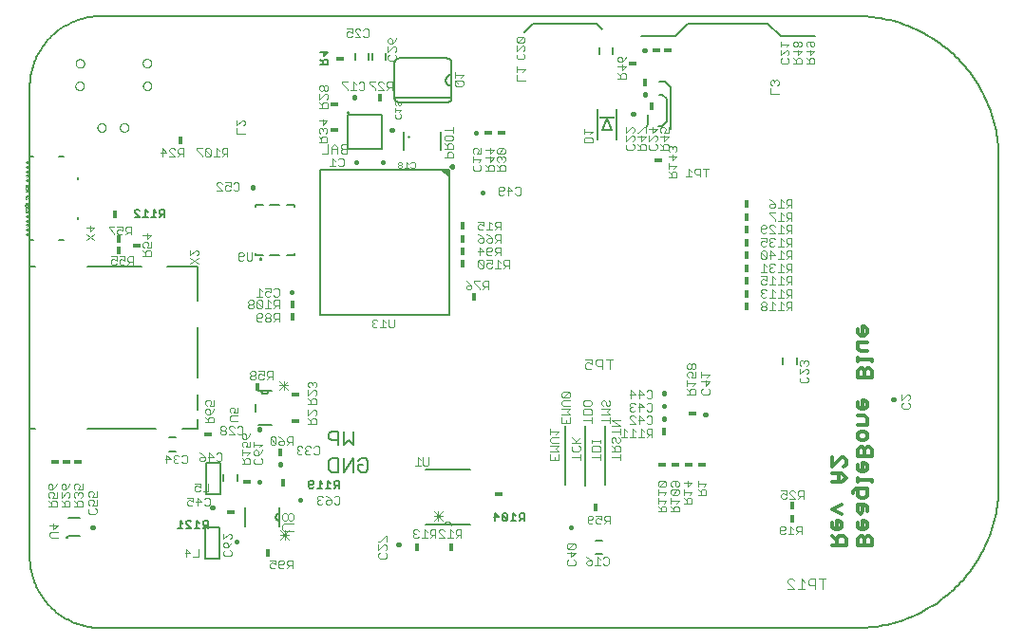
<source format=gbo>
G75*
%MOIN*%
%OFA0B0*%
%FSLAX25Y25*%
%IPPOS*%
%LPD*%
%AMOC8*
5,1,8,0,0,1.08239X$1,22.5*
%
%ADD10C,0.01200*%
%ADD11C,0.00500*%
%ADD12C,0.00300*%
%ADD13C,0.00600*%
%ADD14C,0.01600*%
%ADD15C,0.00200*%
%ADD16C,0.00400*%
%ADD17C,0.00800*%
%ADD18C,0.01000*%
%ADD19R,0.02800X0.01600*%
%ADD20R,0.01600X0.02800*%
%ADD21R,0.03000X0.01800*%
%ADD22C,0.00000*%
%ADD23R,0.01800X0.03000*%
%ADD24C,0.00100*%
%ADD25C,0.00150*%
%ADD26C,0.00700*%
%ADD27C,0.00984*%
%ADD28R,0.05512X0.00787*%
D10*
X0348871Y0045600D02*
X0353675Y0045600D01*
X0353675Y0048002D01*
X0352874Y0048803D01*
X0351273Y0048803D01*
X0350472Y0048002D01*
X0350472Y0045600D01*
X0350472Y0047201D02*
X0348871Y0048803D01*
X0349671Y0051125D02*
X0351273Y0051125D01*
X0352073Y0051925D01*
X0352073Y0053527D01*
X0351273Y0054327D01*
X0350472Y0054327D01*
X0350472Y0051125D01*
X0349671Y0051125D02*
X0348871Y0051925D01*
X0348871Y0053527D01*
X0352073Y0056649D02*
X0348871Y0058251D01*
X0352073Y0059852D01*
X0356269Y0063776D02*
X0356269Y0064576D01*
X0357070Y0065377D01*
X0361073Y0065377D01*
X0361073Y0062975D01*
X0360273Y0062174D01*
X0358671Y0062174D01*
X0357871Y0062975D01*
X0357871Y0065377D01*
X0357871Y0067699D02*
X0357871Y0069300D01*
X0357871Y0068500D02*
X0362675Y0068500D01*
X0362675Y0067699D01*
X0360273Y0071382D02*
X0358671Y0071382D01*
X0357871Y0072183D01*
X0357871Y0073784D01*
X0359472Y0074585D02*
X0359472Y0071382D01*
X0360273Y0071382D02*
X0361073Y0072183D01*
X0361073Y0073784D01*
X0360273Y0074585D01*
X0359472Y0074585D01*
X0360273Y0076907D02*
X0360273Y0079309D01*
X0359472Y0080109D01*
X0358671Y0080109D01*
X0357871Y0079309D01*
X0357871Y0076907D01*
X0362675Y0076907D01*
X0362675Y0079309D01*
X0361874Y0080109D01*
X0361073Y0080109D01*
X0360273Y0079309D01*
X0360273Y0082431D02*
X0358671Y0082431D01*
X0357871Y0083232D01*
X0357871Y0084833D01*
X0358671Y0085634D01*
X0360273Y0085634D01*
X0361073Y0084833D01*
X0361073Y0083232D01*
X0360273Y0082431D01*
X0361073Y0087956D02*
X0357871Y0087956D01*
X0361073Y0087956D02*
X0361073Y0090358D01*
X0360273Y0091159D01*
X0357871Y0091159D01*
X0358671Y0093481D02*
X0360273Y0093481D01*
X0361073Y0094282D01*
X0361073Y0095883D01*
X0360273Y0096684D01*
X0359472Y0096684D01*
X0359472Y0093481D01*
X0358671Y0093481D02*
X0357871Y0094282D01*
X0357871Y0095883D01*
X0357871Y0104530D02*
X0357871Y0106932D01*
X0358671Y0107733D01*
X0359472Y0107733D01*
X0360273Y0106932D01*
X0360273Y0104530D01*
X0362675Y0104530D02*
X0362675Y0106932D01*
X0361874Y0107733D01*
X0361073Y0107733D01*
X0360273Y0106932D01*
X0357871Y0104530D02*
X0362675Y0104530D01*
X0362675Y0110055D02*
X0362675Y0110856D01*
X0357871Y0110856D01*
X0357871Y0111656D02*
X0357871Y0110055D01*
X0358671Y0113738D02*
X0357871Y0114539D01*
X0357871Y0116941D01*
X0361073Y0116941D01*
X0360273Y0119263D02*
X0358671Y0119263D01*
X0357871Y0120064D01*
X0357871Y0121665D01*
X0359472Y0122466D02*
X0359472Y0119263D01*
X0360273Y0119263D02*
X0361073Y0120064D01*
X0361073Y0121665D01*
X0360273Y0122466D01*
X0359472Y0122466D01*
X0358671Y0113738D02*
X0361073Y0113738D01*
X0352874Y0076426D02*
X0353675Y0075626D01*
X0353675Y0074024D01*
X0352874Y0073224D01*
X0352073Y0070902D02*
X0348871Y0070902D01*
X0348871Y0073224D02*
X0352073Y0076426D01*
X0352874Y0076426D01*
X0348871Y0076426D02*
X0348871Y0073224D01*
X0351273Y0070902D02*
X0351273Y0067699D01*
X0352073Y0067699D02*
X0348871Y0067699D01*
X0352073Y0067699D02*
X0353675Y0069300D01*
X0352073Y0070902D01*
X0357871Y0059852D02*
X0357871Y0057450D01*
X0358671Y0056649D01*
X0359472Y0057450D01*
X0359472Y0059852D01*
X0360273Y0059852D02*
X0357871Y0059852D01*
X0360273Y0059852D02*
X0361073Y0059051D01*
X0361073Y0057450D01*
X0360273Y0054327D02*
X0359472Y0054327D01*
X0359472Y0051125D01*
X0358671Y0051125D02*
X0360273Y0051125D01*
X0361073Y0051925D01*
X0361073Y0053527D01*
X0360273Y0054327D01*
X0357871Y0053527D02*
X0357871Y0051925D01*
X0358671Y0051125D01*
X0358671Y0048803D02*
X0357871Y0048002D01*
X0357871Y0045600D01*
X0362675Y0045600D01*
X0362675Y0048002D01*
X0361874Y0048803D01*
X0361073Y0048803D01*
X0360273Y0048002D01*
X0360273Y0045600D01*
X0360273Y0048002D02*
X0359472Y0048803D01*
X0358671Y0048803D01*
D11*
X0067271Y0041500D02*
X0067271Y0206500D01*
X0067278Y0207104D01*
X0067300Y0207708D01*
X0067337Y0208311D01*
X0067388Y0208913D01*
X0067453Y0209513D01*
X0067533Y0210112D01*
X0067628Y0210709D01*
X0067737Y0211303D01*
X0067860Y0211895D01*
X0067997Y0212483D01*
X0068149Y0213068D01*
X0068315Y0213649D01*
X0068495Y0214225D01*
X0068688Y0214798D01*
X0068896Y0215365D01*
X0069117Y0215927D01*
X0069351Y0216484D01*
X0069599Y0217035D01*
X0069860Y0217580D01*
X0070135Y0218118D01*
X0070422Y0218650D01*
X0070722Y0219174D01*
X0071034Y0219691D01*
X0071359Y0220200D01*
X0071696Y0220702D01*
X0072046Y0221195D01*
X0072407Y0221679D01*
X0072779Y0222155D01*
X0073163Y0222621D01*
X0073558Y0223078D01*
X0073964Y0223525D01*
X0074381Y0223963D01*
X0074808Y0224390D01*
X0075246Y0224807D01*
X0075693Y0225213D01*
X0076150Y0225608D01*
X0076616Y0225992D01*
X0077092Y0226364D01*
X0077576Y0226725D01*
X0078069Y0227075D01*
X0078571Y0227412D01*
X0079080Y0227737D01*
X0079597Y0228049D01*
X0080121Y0228349D01*
X0080653Y0228636D01*
X0081191Y0228911D01*
X0081736Y0229172D01*
X0082287Y0229420D01*
X0082844Y0229654D01*
X0083406Y0229875D01*
X0083973Y0230083D01*
X0084546Y0230276D01*
X0085122Y0230456D01*
X0085703Y0230622D01*
X0086288Y0230774D01*
X0086876Y0230911D01*
X0087468Y0231034D01*
X0088062Y0231143D01*
X0088659Y0231238D01*
X0089258Y0231318D01*
X0089858Y0231383D01*
X0090460Y0231434D01*
X0091063Y0231471D01*
X0091667Y0231493D01*
X0092271Y0231500D01*
X0357271Y0231500D01*
X0342771Y0224500D02*
X0330771Y0224500D01*
X0326271Y0229000D01*
X0298271Y0229000D01*
X0293771Y0224500D01*
X0281771Y0224500D01*
X0288271Y0208500D02*
X0290271Y0208500D01*
X0292271Y0206500D01*
X0292271Y0192000D01*
X0290771Y0194500D02*
X0289271Y0193000D01*
X0287771Y0193000D01*
X0290771Y0194500D02*
X0290771Y0202500D01*
X0289271Y0204000D01*
X0288271Y0204000D01*
X0284271Y0197000D02*
X0284271Y0193500D01*
X0283771Y0193000D01*
X0273019Y0188185D02*
X0273019Y0198815D01*
X0266523Y0198815D02*
X0266523Y0188185D01*
X0214408Y0177691D02*
X0214408Y0177198D01*
X0213916Y0177691D01*
X0214408Y0177691D01*
X0213916Y0177691D02*
X0213424Y0177691D01*
X0214408Y0176706D01*
X0214408Y0176214D01*
X0212932Y0177691D01*
X0213424Y0177691D01*
X0212932Y0177691D02*
X0212440Y0177691D01*
X0214408Y0175722D01*
X0214408Y0175230D01*
X0211948Y0177691D01*
X0212440Y0177691D01*
X0211948Y0177691D02*
X0169133Y0177691D01*
X0169133Y0126509D01*
X0214408Y0126509D01*
X0214408Y0175230D01*
X0214408Y0175722D02*
X0214408Y0176214D01*
X0214408Y0176706D02*
X0214408Y0177198D01*
X0190771Y0184900D02*
X0190771Y0196700D01*
X0178971Y0196700D01*
X0178971Y0184900D01*
X0190771Y0184900D01*
X0178737Y0197737D02*
X0178739Y0197764D01*
X0178745Y0197791D01*
X0178754Y0197817D01*
X0178767Y0197841D01*
X0178783Y0197864D01*
X0178802Y0197883D01*
X0178824Y0197900D01*
X0178848Y0197914D01*
X0178873Y0197924D01*
X0178900Y0197931D01*
X0178927Y0197934D01*
X0178955Y0197933D01*
X0178982Y0197928D01*
X0179008Y0197920D01*
X0179032Y0197908D01*
X0179055Y0197892D01*
X0179076Y0197874D01*
X0179093Y0197853D01*
X0179108Y0197829D01*
X0179119Y0197804D01*
X0179127Y0197778D01*
X0179131Y0197751D01*
X0179131Y0197723D01*
X0179127Y0197696D01*
X0179119Y0197670D01*
X0179108Y0197645D01*
X0179093Y0197621D01*
X0179076Y0197600D01*
X0179055Y0197582D01*
X0179033Y0197566D01*
X0179008Y0197554D01*
X0178982Y0197546D01*
X0178955Y0197541D01*
X0178927Y0197540D01*
X0178900Y0197543D01*
X0178873Y0197550D01*
X0178848Y0197560D01*
X0178824Y0197574D01*
X0178802Y0197591D01*
X0178783Y0197610D01*
X0178767Y0197633D01*
X0178754Y0197657D01*
X0178745Y0197683D01*
X0178739Y0197710D01*
X0178737Y0197737D01*
X0126314Y0143543D02*
X0115566Y0143543D01*
X0106353Y0143543D02*
X0087574Y0143543D01*
X0079191Y0152736D02*
X0077380Y0152736D01*
X0068561Y0152736D02*
X0067262Y0152736D01*
X0067262Y0182264D01*
X0068561Y0182264D01*
X0077380Y0182264D02*
X0079191Y0182264D01*
X0084191Y0174902D02*
X0084191Y0174075D01*
X0084191Y0160925D02*
X0084191Y0160098D01*
X0069149Y0143543D02*
X0067259Y0143543D01*
X0067259Y0086457D01*
X0069149Y0086457D01*
X0087574Y0086457D02*
X0111471Y0086457D01*
X0120684Y0086457D02*
X0126314Y0086457D01*
X0126314Y0089803D01*
X0126314Y0093150D02*
X0126314Y0098465D01*
X0126314Y0104567D02*
X0126314Y0122087D01*
X0126314Y0131535D02*
X0126314Y0143543D01*
X0129271Y0074500D02*
X0129271Y0063500D01*
X0134271Y0063500D01*
X0134271Y0074500D01*
X0129271Y0074500D01*
X0128771Y0052000D02*
X0128771Y0041000D01*
X0133771Y0041000D01*
X0133771Y0052000D01*
X0128771Y0052000D01*
X0092271Y0016500D02*
X0091667Y0016507D01*
X0091063Y0016529D01*
X0090460Y0016566D01*
X0089858Y0016617D01*
X0089258Y0016682D01*
X0088659Y0016762D01*
X0088062Y0016857D01*
X0087468Y0016966D01*
X0086876Y0017089D01*
X0086288Y0017226D01*
X0085703Y0017378D01*
X0085122Y0017544D01*
X0084546Y0017724D01*
X0083973Y0017917D01*
X0083406Y0018125D01*
X0082844Y0018346D01*
X0082287Y0018580D01*
X0081736Y0018828D01*
X0081191Y0019089D01*
X0080653Y0019364D01*
X0080121Y0019651D01*
X0079597Y0019951D01*
X0079080Y0020263D01*
X0078571Y0020588D01*
X0078069Y0020925D01*
X0077576Y0021275D01*
X0077092Y0021636D01*
X0076616Y0022008D01*
X0076150Y0022392D01*
X0075693Y0022787D01*
X0075246Y0023193D01*
X0074808Y0023610D01*
X0074381Y0024037D01*
X0073964Y0024475D01*
X0073558Y0024922D01*
X0073163Y0025379D01*
X0072779Y0025845D01*
X0072407Y0026321D01*
X0072046Y0026805D01*
X0071696Y0027298D01*
X0071359Y0027800D01*
X0071034Y0028309D01*
X0070722Y0028826D01*
X0070422Y0029350D01*
X0070135Y0029882D01*
X0069860Y0030420D01*
X0069599Y0030965D01*
X0069351Y0031516D01*
X0069117Y0032073D01*
X0068896Y0032635D01*
X0068688Y0033202D01*
X0068495Y0033775D01*
X0068315Y0034351D01*
X0068149Y0034932D01*
X0067997Y0035517D01*
X0067860Y0036105D01*
X0067737Y0036697D01*
X0067628Y0037291D01*
X0067533Y0037888D01*
X0067453Y0038487D01*
X0067388Y0039087D01*
X0067337Y0039689D01*
X0067300Y0040292D01*
X0067278Y0040896D01*
X0067271Y0041500D01*
X0080232Y0048280D02*
X0080234Y0048299D01*
X0080239Y0048318D01*
X0080249Y0048334D01*
X0080261Y0048349D01*
X0080276Y0048361D01*
X0080292Y0048371D01*
X0080311Y0048376D01*
X0080330Y0048378D01*
X0080349Y0048376D01*
X0080368Y0048371D01*
X0080384Y0048361D01*
X0080399Y0048349D01*
X0080411Y0048334D01*
X0080421Y0048318D01*
X0080426Y0048299D01*
X0080428Y0048280D01*
X0080426Y0048261D01*
X0080421Y0048242D01*
X0080411Y0048226D01*
X0080399Y0048211D01*
X0080384Y0048199D01*
X0080368Y0048189D01*
X0080349Y0048184D01*
X0080330Y0048182D01*
X0080311Y0048184D01*
X0080292Y0048189D01*
X0080276Y0048199D01*
X0080261Y0048211D01*
X0080249Y0048226D01*
X0080239Y0048242D01*
X0080234Y0048261D01*
X0080232Y0048280D01*
X0080802Y0048772D02*
X0084739Y0048772D01*
X0084739Y0055228D02*
X0080802Y0055228D01*
X0092271Y0016500D02*
X0357271Y0016500D01*
X0358479Y0016515D01*
X0359687Y0016558D01*
X0360893Y0016631D01*
X0362097Y0016733D01*
X0363298Y0016865D01*
X0364495Y0017025D01*
X0365689Y0017214D01*
X0366877Y0017431D01*
X0368060Y0017678D01*
X0369237Y0017953D01*
X0370406Y0018256D01*
X0371568Y0018588D01*
X0372722Y0018947D01*
X0373866Y0019334D01*
X0375001Y0019749D01*
X0376126Y0020191D01*
X0377239Y0020660D01*
X0378341Y0021156D01*
X0379431Y0021679D01*
X0380507Y0022227D01*
X0381570Y0022802D01*
X0382619Y0023402D01*
X0383653Y0024027D01*
X0384672Y0024676D01*
X0385674Y0025351D01*
X0386660Y0026049D01*
X0387629Y0026771D01*
X0388580Y0027516D01*
X0389513Y0028284D01*
X0390427Y0029074D01*
X0391322Y0029887D01*
X0392197Y0030720D01*
X0393051Y0031574D01*
X0393884Y0032449D01*
X0394697Y0033344D01*
X0395487Y0034258D01*
X0396255Y0035191D01*
X0397000Y0036142D01*
X0397722Y0037111D01*
X0398420Y0038097D01*
X0399095Y0039099D01*
X0399744Y0040118D01*
X0400369Y0041152D01*
X0400969Y0042201D01*
X0401544Y0043264D01*
X0402092Y0044340D01*
X0402615Y0045430D01*
X0403111Y0046532D01*
X0403580Y0047645D01*
X0404022Y0048770D01*
X0404437Y0049905D01*
X0404824Y0051049D01*
X0405183Y0052203D01*
X0405515Y0053365D01*
X0405818Y0054534D01*
X0406093Y0055711D01*
X0406340Y0056894D01*
X0406557Y0058082D01*
X0406746Y0059276D01*
X0406906Y0060473D01*
X0407038Y0061674D01*
X0407140Y0062878D01*
X0407213Y0064084D01*
X0407256Y0065292D01*
X0407271Y0066500D01*
X0407271Y0181500D01*
X0407256Y0182708D01*
X0407213Y0183916D01*
X0407140Y0185122D01*
X0407038Y0186326D01*
X0406906Y0187527D01*
X0406746Y0188724D01*
X0406557Y0189918D01*
X0406340Y0191106D01*
X0406093Y0192289D01*
X0405818Y0193466D01*
X0405515Y0194635D01*
X0405183Y0195797D01*
X0404824Y0196951D01*
X0404437Y0198095D01*
X0404022Y0199230D01*
X0403580Y0200355D01*
X0403111Y0201468D01*
X0402615Y0202570D01*
X0402092Y0203660D01*
X0401544Y0204736D01*
X0400969Y0205799D01*
X0400369Y0206848D01*
X0399744Y0207882D01*
X0399095Y0208901D01*
X0398420Y0209903D01*
X0397722Y0210889D01*
X0397000Y0211858D01*
X0396255Y0212809D01*
X0395487Y0213742D01*
X0394697Y0214656D01*
X0393884Y0215551D01*
X0393051Y0216426D01*
X0392197Y0217280D01*
X0391322Y0218113D01*
X0390427Y0218926D01*
X0389513Y0219716D01*
X0388580Y0220484D01*
X0387629Y0221229D01*
X0386660Y0221951D01*
X0385674Y0222649D01*
X0384672Y0223324D01*
X0383653Y0223973D01*
X0382619Y0224598D01*
X0381570Y0225198D01*
X0380507Y0225773D01*
X0379431Y0226321D01*
X0378341Y0226844D01*
X0377239Y0227340D01*
X0376126Y0227809D01*
X0375001Y0228251D01*
X0373866Y0228666D01*
X0372722Y0229053D01*
X0371568Y0229412D01*
X0370406Y0229744D01*
X0369237Y0230047D01*
X0368060Y0230322D01*
X0366877Y0230569D01*
X0365689Y0230786D01*
X0364495Y0230975D01*
X0363298Y0231135D01*
X0362097Y0231267D01*
X0360893Y0231369D01*
X0359687Y0231442D01*
X0358479Y0231485D01*
X0357271Y0231500D01*
X0269271Y0087500D02*
X0269271Y0067000D01*
X0262271Y0066500D02*
X0262271Y0087500D01*
X0255271Y0087500D02*
X0255271Y0067000D01*
D12*
X0252823Y0075650D02*
X0249921Y0075650D01*
X0249921Y0077585D01*
X0249921Y0078597D02*
X0252823Y0078597D01*
X0251856Y0079564D01*
X0252823Y0080531D01*
X0249921Y0080531D01*
X0250404Y0081543D02*
X0249921Y0082027D01*
X0249921Y0082994D01*
X0250404Y0083478D01*
X0252823Y0083478D01*
X0251856Y0084490D02*
X0252823Y0085457D01*
X0249921Y0085457D01*
X0249921Y0084490D02*
X0249921Y0086425D01*
X0253921Y0088650D02*
X0253921Y0090585D01*
X0253921Y0091597D02*
X0256823Y0091597D01*
X0255856Y0092564D01*
X0256823Y0093531D01*
X0253921Y0093531D01*
X0254404Y0094543D02*
X0253921Y0095027D01*
X0253921Y0095994D01*
X0254404Y0096478D01*
X0256823Y0096478D01*
X0256339Y0097490D02*
X0256823Y0097973D01*
X0256823Y0098941D01*
X0256339Y0099425D01*
X0254404Y0097490D01*
X0253921Y0097973D01*
X0253921Y0098941D01*
X0254404Y0099425D01*
X0256339Y0099425D01*
X0256339Y0097490D02*
X0254404Y0097490D01*
X0254404Y0094543D02*
X0256823Y0094543D01*
X0261421Y0095027D02*
X0261421Y0095994D01*
X0261904Y0096478D01*
X0263839Y0096478D01*
X0264323Y0095994D01*
X0264323Y0095027D01*
X0263839Y0094543D01*
X0261904Y0094543D01*
X0261421Y0095027D01*
X0261904Y0093531D02*
X0263839Y0093531D01*
X0264323Y0093048D01*
X0264323Y0091597D01*
X0261421Y0091597D01*
X0261421Y0093048D01*
X0261904Y0093531D01*
X0264323Y0090585D02*
X0264323Y0088650D01*
X0264323Y0089617D02*
X0261421Y0089617D01*
X0256823Y0088650D02*
X0253921Y0088650D01*
X0255372Y0088650D02*
X0255372Y0089617D01*
X0256823Y0088650D02*
X0256823Y0090585D01*
X0257421Y0083478D02*
X0258872Y0082027D01*
X0258388Y0081543D02*
X0260323Y0083478D01*
X0260323Y0081543D02*
X0257421Y0081543D01*
X0257904Y0080531D02*
X0257421Y0080048D01*
X0257421Y0079080D01*
X0257904Y0078597D01*
X0259839Y0078597D01*
X0260323Y0079080D01*
X0260323Y0080048D01*
X0259839Y0080531D01*
X0260323Y0077585D02*
X0260323Y0075650D01*
X0260323Y0076617D02*
X0257421Y0076617D01*
X0252823Y0077585D02*
X0252823Y0075650D01*
X0251372Y0075650D02*
X0251372Y0076617D01*
X0250404Y0081543D02*
X0252823Y0081543D01*
X0264421Y0081543D02*
X0264421Y0082511D01*
X0264421Y0082027D02*
X0267323Y0082027D01*
X0267323Y0081543D02*
X0267323Y0082511D01*
X0266839Y0080531D02*
X0267323Y0080048D01*
X0267323Y0078597D01*
X0264421Y0078597D01*
X0264421Y0080048D01*
X0264904Y0080531D01*
X0266839Y0080531D01*
X0267323Y0077585D02*
X0267323Y0075650D01*
X0267323Y0076617D02*
X0264421Y0076617D01*
X0271421Y0076617D02*
X0274323Y0076617D01*
X0274323Y0075650D02*
X0274323Y0077585D01*
X0274323Y0078597D02*
X0274323Y0080048D01*
X0273839Y0080531D01*
X0272872Y0080531D01*
X0272388Y0080048D01*
X0272388Y0078597D01*
X0272388Y0079564D02*
X0271421Y0080531D01*
X0271904Y0081543D02*
X0271421Y0082027D01*
X0271421Y0082994D01*
X0271904Y0083478D01*
X0272388Y0083478D01*
X0272872Y0082994D01*
X0272872Y0082027D01*
X0273356Y0081543D01*
X0273839Y0081543D01*
X0274323Y0082027D01*
X0274323Y0082994D01*
X0273839Y0083478D01*
X0274846Y0083650D02*
X0276781Y0083650D01*
X0275814Y0083650D02*
X0275814Y0086552D01*
X0276781Y0085585D01*
X0277793Y0083650D02*
X0279728Y0083650D01*
X0278760Y0083650D02*
X0278760Y0086552D01*
X0279728Y0085585D01*
X0280739Y0083650D02*
X0282674Y0083650D01*
X0281707Y0083650D02*
X0281707Y0086552D01*
X0282674Y0085585D01*
X0283686Y0086069D02*
X0283686Y0085101D01*
X0284169Y0084617D01*
X0285621Y0084617D01*
X0285621Y0083650D02*
X0285621Y0086552D01*
X0284169Y0086552D01*
X0283686Y0086069D01*
X0284653Y0084617D02*
X0283686Y0083650D01*
X0284169Y0088150D02*
X0283686Y0088634D01*
X0284169Y0088150D02*
X0285137Y0088150D01*
X0285621Y0088634D01*
X0285621Y0090569D01*
X0285137Y0091052D01*
X0284169Y0091052D01*
X0283686Y0090569D01*
X0282674Y0089601D02*
X0280739Y0089601D01*
X0279728Y0090569D02*
X0279244Y0091052D01*
X0278276Y0091052D01*
X0277793Y0090569D01*
X0277793Y0090085D01*
X0279728Y0088150D01*
X0277793Y0088150D01*
X0281223Y0088150D02*
X0281223Y0091052D01*
X0282674Y0089601D01*
X0281223Y0092650D02*
X0281223Y0095552D01*
X0282674Y0094101D01*
X0280739Y0094101D01*
X0279728Y0093134D02*
X0279244Y0092650D01*
X0278276Y0092650D01*
X0277793Y0093134D01*
X0277793Y0093617D01*
X0278276Y0094101D01*
X0278760Y0094101D01*
X0278276Y0094101D02*
X0277793Y0094585D01*
X0277793Y0095069D01*
X0278276Y0095552D01*
X0279244Y0095552D01*
X0279728Y0095069D01*
X0278276Y0097150D02*
X0278276Y0100052D01*
X0279728Y0098601D01*
X0277793Y0098601D01*
X0280739Y0098601D02*
X0282674Y0098601D01*
X0281223Y0100052D01*
X0281223Y0097150D01*
X0283686Y0097634D02*
X0284169Y0097150D01*
X0285137Y0097150D01*
X0285621Y0097634D01*
X0285621Y0099569D01*
X0285137Y0100052D01*
X0284169Y0100052D01*
X0283686Y0099569D01*
X0284169Y0095552D02*
X0283686Y0095069D01*
X0284169Y0095552D02*
X0285137Y0095552D01*
X0285621Y0095069D01*
X0285621Y0093134D01*
X0285137Y0092650D01*
X0284169Y0092650D01*
X0283686Y0093134D01*
X0274323Y0089371D02*
X0271421Y0089371D01*
X0274323Y0087436D01*
X0271421Y0087436D01*
X0270823Y0088650D02*
X0270823Y0090585D01*
X0270823Y0089617D02*
X0267921Y0089617D01*
X0267921Y0091597D02*
X0270823Y0091597D01*
X0269856Y0092564D01*
X0270823Y0093531D01*
X0267921Y0093531D01*
X0268404Y0094543D02*
X0267921Y0095027D01*
X0267921Y0095994D01*
X0268404Y0096478D01*
X0268888Y0096478D01*
X0269372Y0095994D01*
X0269372Y0095027D01*
X0269856Y0094543D01*
X0270339Y0094543D01*
X0270823Y0095027D01*
X0270823Y0095994D01*
X0270339Y0096478D01*
X0274323Y0086425D02*
X0274323Y0084490D01*
X0274323Y0085457D02*
X0271421Y0085457D01*
X0271421Y0078597D02*
X0274323Y0078597D01*
X0287721Y0067655D02*
X0287721Y0066687D01*
X0288204Y0066203D01*
X0290139Y0068138D01*
X0288204Y0068138D01*
X0287721Y0067655D01*
X0288204Y0066203D02*
X0290139Y0066203D01*
X0290623Y0066687D01*
X0290623Y0067655D01*
X0290139Y0068138D01*
X0292221Y0067655D02*
X0292704Y0068138D01*
X0294639Y0068138D01*
X0295123Y0067655D01*
X0295123Y0066687D01*
X0294639Y0066203D01*
X0294156Y0066203D01*
X0293672Y0066687D01*
X0293672Y0068138D01*
X0292221Y0067655D02*
X0292221Y0066687D01*
X0292704Y0066203D01*
X0292704Y0065192D02*
X0292221Y0064708D01*
X0292221Y0063741D01*
X0292704Y0063257D01*
X0294639Y0065192D01*
X0292704Y0065192D01*
X0292704Y0063257D02*
X0294639Y0063257D01*
X0295123Y0063741D01*
X0295123Y0064708D01*
X0294639Y0065192D01*
X0296721Y0065192D02*
X0296721Y0063257D01*
X0296721Y0064224D02*
X0299623Y0064224D01*
X0298656Y0063257D01*
X0299139Y0062245D02*
X0298172Y0062245D01*
X0297688Y0061762D01*
X0297688Y0060310D01*
X0296721Y0060310D02*
X0299623Y0060310D01*
X0299623Y0061762D01*
X0299139Y0062245D01*
X0297688Y0061278D02*
X0296721Y0062245D01*
X0295123Y0061278D02*
X0292221Y0061278D01*
X0292221Y0062245D02*
X0292221Y0060310D01*
X0292221Y0059299D02*
X0293188Y0058331D01*
X0293188Y0058815D02*
X0293188Y0057364D01*
X0292221Y0057364D02*
X0295123Y0057364D01*
X0295123Y0058815D01*
X0294639Y0059299D01*
X0293672Y0059299D01*
X0293188Y0058815D01*
X0294156Y0060310D02*
X0295123Y0061278D01*
X0290623Y0061278D02*
X0287721Y0061278D01*
X0287721Y0062245D02*
X0287721Y0060310D01*
X0287721Y0059299D02*
X0288688Y0058331D01*
X0288688Y0058815D02*
X0288688Y0057364D01*
X0287721Y0057364D02*
X0290623Y0057364D01*
X0290623Y0058815D01*
X0290139Y0059299D01*
X0289172Y0059299D01*
X0288688Y0058815D01*
X0289656Y0060310D02*
X0290623Y0061278D01*
X0289656Y0063257D02*
X0290623Y0064224D01*
X0287721Y0064224D01*
X0287721Y0063257D02*
X0287721Y0065192D01*
X0296721Y0067655D02*
X0299623Y0067655D01*
X0298172Y0066203D01*
X0298172Y0068138D01*
X0301721Y0068138D02*
X0301721Y0066203D01*
X0301721Y0067171D02*
X0304623Y0067171D01*
X0303656Y0066203D01*
X0304139Y0065192D02*
X0303172Y0065192D01*
X0302688Y0064708D01*
X0302688Y0063257D01*
X0302688Y0064224D02*
X0301721Y0065192D01*
X0301721Y0063257D02*
X0304623Y0063257D01*
X0304623Y0064708D01*
X0304139Y0065192D01*
X0330393Y0051819D02*
X0330876Y0052302D01*
X0331844Y0052302D01*
X0332328Y0051819D01*
X0332328Y0051335D01*
X0331844Y0050851D01*
X0330393Y0050851D01*
X0330393Y0049884D02*
X0330393Y0051819D01*
X0330393Y0049884D02*
X0330876Y0049400D01*
X0331844Y0049400D01*
X0332328Y0049884D01*
X0333339Y0049400D02*
X0335274Y0049400D01*
X0334307Y0049400D02*
X0334307Y0052302D01*
X0335274Y0051335D01*
X0336286Y0051819D02*
X0336286Y0050851D01*
X0336769Y0050367D01*
X0338221Y0050367D01*
X0338221Y0049400D02*
X0338221Y0052302D01*
X0336769Y0052302D01*
X0336286Y0051819D01*
X0337253Y0050367D02*
X0336286Y0049400D01*
X0336786Y0061900D02*
X0337753Y0062867D01*
X0337269Y0062867D02*
X0338721Y0062867D01*
X0338721Y0061900D02*
X0338721Y0064802D01*
X0337269Y0064802D01*
X0336786Y0064319D01*
X0336786Y0063351D01*
X0337269Y0062867D01*
X0335774Y0061900D02*
X0333839Y0061900D01*
X0332828Y0062384D02*
X0332344Y0061900D01*
X0331376Y0061900D01*
X0330893Y0062384D01*
X0330893Y0063351D01*
X0331376Y0063835D01*
X0331860Y0063835D01*
X0332828Y0063351D01*
X0332828Y0064802D01*
X0330893Y0064802D01*
X0333839Y0064319D02*
X0334323Y0064802D01*
X0335290Y0064802D01*
X0335774Y0064319D01*
X0333839Y0064319D02*
X0333839Y0063835D01*
X0335774Y0061900D01*
X0373171Y0094134D02*
X0373171Y0095101D01*
X0373654Y0095585D01*
X0373171Y0096597D02*
X0375106Y0098531D01*
X0375589Y0098531D01*
X0376073Y0098048D01*
X0376073Y0097080D01*
X0375589Y0096597D01*
X0375589Y0095585D02*
X0376073Y0095101D01*
X0376073Y0094134D01*
X0375589Y0093650D01*
X0373654Y0093650D01*
X0373171Y0094134D01*
X0373171Y0096597D02*
X0373171Y0098531D01*
X0340373Y0103234D02*
X0339889Y0102750D01*
X0337954Y0102750D01*
X0337471Y0103234D01*
X0337471Y0104201D01*
X0337954Y0104685D01*
X0337471Y0105697D02*
X0339406Y0107631D01*
X0339889Y0107631D01*
X0340373Y0107148D01*
X0340373Y0106180D01*
X0339889Y0105697D01*
X0339889Y0104685D02*
X0340373Y0104201D01*
X0340373Y0103234D01*
X0337471Y0105697D02*
X0337471Y0107631D01*
X0337954Y0108643D02*
X0337471Y0109127D01*
X0337471Y0110094D01*
X0337954Y0110578D01*
X0338438Y0110578D01*
X0338922Y0110094D01*
X0338922Y0109611D01*
X0338922Y0110094D02*
X0339406Y0110578D01*
X0339889Y0110578D01*
X0340373Y0110094D01*
X0340373Y0109127D01*
X0339889Y0108643D01*
X0334621Y0128150D02*
X0334621Y0131052D01*
X0333169Y0131052D01*
X0332686Y0130569D01*
X0332686Y0129601D01*
X0333169Y0129117D01*
X0334621Y0129117D01*
X0333653Y0129117D02*
X0332686Y0128150D01*
X0331674Y0128150D02*
X0329739Y0128150D01*
X0330707Y0128150D02*
X0330707Y0131052D01*
X0331674Y0130085D01*
X0331674Y0132650D02*
X0329739Y0132650D01*
X0330707Y0132650D02*
X0330707Y0135552D01*
X0331674Y0134585D01*
X0332686Y0135069D02*
X0332686Y0134101D01*
X0333169Y0133617D01*
X0334621Y0133617D01*
X0334621Y0132650D02*
X0334621Y0135552D01*
X0333169Y0135552D01*
X0332686Y0135069D01*
X0333653Y0133617D02*
X0332686Y0132650D01*
X0328728Y0132650D02*
X0326793Y0132650D01*
X0327760Y0132650D02*
X0327760Y0135552D01*
X0328728Y0134585D01*
X0328728Y0137150D02*
X0326793Y0137150D01*
X0327760Y0137150D02*
X0327760Y0140052D01*
X0328728Y0139085D01*
X0329739Y0137150D02*
X0331674Y0137150D01*
X0330707Y0137150D02*
X0330707Y0140052D01*
X0331674Y0139085D01*
X0332686Y0139569D02*
X0332686Y0138601D01*
X0333169Y0138117D01*
X0334621Y0138117D01*
X0334621Y0137150D02*
X0334621Y0140052D01*
X0333169Y0140052D01*
X0332686Y0139569D01*
X0333653Y0138117D02*
X0332686Y0137150D01*
X0332686Y0141650D02*
X0333653Y0142617D01*
X0333169Y0142617D02*
X0334621Y0142617D01*
X0334621Y0141650D02*
X0334621Y0144552D01*
X0333169Y0144552D01*
X0332686Y0144069D01*
X0332686Y0143101D01*
X0333169Y0142617D01*
X0331674Y0141650D02*
X0329739Y0141650D01*
X0330707Y0141650D02*
X0330707Y0144552D01*
X0331674Y0143585D01*
X0331674Y0146150D02*
X0329739Y0146150D01*
X0330707Y0146150D02*
X0330707Y0149052D01*
X0331674Y0148085D01*
X0332686Y0148569D02*
X0332686Y0147601D01*
X0333169Y0147117D01*
X0334621Y0147117D01*
X0334621Y0146150D02*
X0334621Y0149052D01*
X0333169Y0149052D01*
X0332686Y0148569D01*
X0333653Y0147117D02*
X0332686Y0146150D01*
X0328728Y0147601D02*
X0326793Y0147601D01*
X0325781Y0146634D02*
X0325297Y0146150D01*
X0324330Y0146150D01*
X0323846Y0146634D01*
X0323846Y0148569D01*
X0325781Y0146634D01*
X0325781Y0148569D01*
X0325297Y0149052D01*
X0324330Y0149052D01*
X0323846Y0148569D01*
X0324330Y0150650D02*
X0325297Y0150650D01*
X0325781Y0151134D01*
X0325781Y0152101D02*
X0324814Y0152585D01*
X0324330Y0152585D01*
X0323846Y0152101D01*
X0323846Y0151134D01*
X0324330Y0150650D01*
X0325781Y0152101D02*
X0325781Y0153552D01*
X0323846Y0153552D01*
X0324330Y0155250D02*
X0323846Y0155734D01*
X0323846Y0157669D01*
X0324330Y0158152D01*
X0325297Y0158152D01*
X0325781Y0157669D01*
X0325781Y0157185D01*
X0325297Y0156701D01*
X0323846Y0156701D01*
X0324330Y0155250D02*
X0325297Y0155250D01*
X0325781Y0155734D01*
X0326793Y0155250D02*
X0328728Y0155250D01*
X0326793Y0157185D01*
X0326793Y0157669D01*
X0327276Y0158152D01*
X0328244Y0158152D01*
X0328728Y0157669D01*
X0328728Y0159650D02*
X0328728Y0160134D01*
X0326793Y0162069D01*
X0326793Y0162552D01*
X0328728Y0162552D01*
X0328244Y0164150D02*
X0327276Y0164150D01*
X0326793Y0164634D01*
X0326793Y0165117D01*
X0327276Y0165601D01*
X0328728Y0165601D01*
X0328728Y0164634D01*
X0328244Y0164150D01*
X0329739Y0164150D02*
X0331674Y0164150D01*
X0330707Y0164150D02*
X0330707Y0167052D01*
X0331674Y0166085D01*
X0332686Y0166569D02*
X0332686Y0165601D01*
X0333169Y0165117D01*
X0334621Y0165117D01*
X0334621Y0164150D02*
X0334621Y0167052D01*
X0333169Y0167052D01*
X0332686Y0166569D01*
X0333653Y0165117D02*
X0332686Y0164150D01*
X0333169Y0162552D02*
X0332686Y0162069D01*
X0332686Y0161101D01*
X0333169Y0160617D01*
X0334621Y0160617D01*
X0334621Y0159650D02*
X0334621Y0162552D01*
X0333169Y0162552D01*
X0331674Y0161585D02*
X0330707Y0162552D01*
X0330707Y0159650D01*
X0331674Y0159650D02*
X0329739Y0159650D01*
X0330707Y0158152D02*
X0330707Y0155250D01*
X0331674Y0155250D02*
X0329739Y0155250D01*
X0330707Y0153552D02*
X0330707Y0150650D01*
X0331674Y0150650D02*
X0329739Y0150650D01*
X0328728Y0151134D02*
X0328244Y0150650D01*
X0327276Y0150650D01*
X0326793Y0151134D01*
X0326793Y0151617D01*
X0327276Y0152101D01*
X0327760Y0152101D01*
X0327276Y0152101D02*
X0326793Y0152585D01*
X0326793Y0153069D01*
X0327276Y0153552D01*
X0328244Y0153552D01*
X0328728Y0153069D01*
X0330707Y0153552D02*
X0331674Y0152585D01*
X0332686Y0153069D02*
X0332686Y0152101D01*
X0333169Y0151617D01*
X0334621Y0151617D01*
X0334621Y0150650D02*
X0334621Y0153552D01*
X0333169Y0153552D01*
X0332686Y0153069D01*
X0333653Y0151617D02*
X0332686Y0150650D01*
X0328728Y0147601D02*
X0327276Y0149052D01*
X0327276Y0146150D01*
X0327276Y0144552D02*
X0326793Y0144069D01*
X0326793Y0143585D01*
X0327276Y0143101D01*
X0326793Y0142617D01*
X0326793Y0142134D01*
X0327276Y0141650D01*
X0328244Y0141650D01*
X0328728Y0142134D01*
X0327760Y0143101D02*
X0327276Y0143101D01*
X0327276Y0144552D02*
X0328244Y0144552D01*
X0328728Y0144069D01*
X0325781Y0143585D02*
X0324814Y0144552D01*
X0324814Y0141650D01*
X0325781Y0141650D02*
X0323846Y0141650D01*
X0323846Y0140052D02*
X0325781Y0140052D01*
X0325781Y0138601D01*
X0324814Y0139085D01*
X0324330Y0139085D01*
X0323846Y0138601D01*
X0323846Y0137634D01*
X0324330Y0137150D01*
X0325297Y0137150D01*
X0325781Y0137634D01*
X0325297Y0135552D02*
X0324330Y0135552D01*
X0323846Y0135069D01*
X0323846Y0134585D01*
X0324330Y0134101D01*
X0323846Y0133617D01*
X0323846Y0133134D01*
X0324330Y0132650D01*
X0325297Y0132650D01*
X0325781Y0133134D01*
X0324814Y0134101D02*
X0324330Y0134101D01*
X0325297Y0135552D02*
X0325781Y0135069D01*
X0325297Y0131052D02*
X0324330Y0131052D01*
X0323846Y0130569D01*
X0323846Y0130085D01*
X0324330Y0129601D01*
X0325297Y0129601D01*
X0325781Y0130085D01*
X0325781Y0130569D01*
X0325297Y0131052D01*
X0325297Y0129601D02*
X0325781Y0129117D01*
X0325781Y0128634D01*
X0325297Y0128150D01*
X0324330Y0128150D01*
X0323846Y0128634D01*
X0323846Y0129117D01*
X0324330Y0129601D01*
X0326793Y0128150D02*
X0328728Y0128150D01*
X0327760Y0128150D02*
X0327760Y0131052D01*
X0328728Y0130085D01*
X0300823Y0108941D02*
X0300339Y0109425D01*
X0299856Y0109425D01*
X0299372Y0108941D01*
X0299372Y0107973D01*
X0299856Y0107490D01*
X0300339Y0107490D01*
X0300823Y0107973D01*
X0300823Y0108941D01*
X0299372Y0108941D02*
X0298888Y0109425D01*
X0298404Y0109425D01*
X0297921Y0108941D01*
X0297921Y0107973D01*
X0298404Y0107490D01*
X0298888Y0107490D01*
X0299372Y0107973D01*
X0299372Y0106478D02*
X0298404Y0106478D01*
X0297921Y0105994D01*
X0297921Y0105027D01*
X0298404Y0104543D01*
X0299372Y0104543D02*
X0299856Y0105511D01*
X0299856Y0105994D01*
X0299372Y0106478D01*
X0300823Y0106478D02*
X0300823Y0104543D01*
X0299372Y0104543D01*
X0297921Y0103531D02*
X0297921Y0101597D01*
X0297921Y0102564D02*
X0300823Y0102564D01*
X0299856Y0101597D01*
X0300339Y0100585D02*
X0299372Y0100585D01*
X0298888Y0100101D01*
X0298888Y0098650D01*
X0297921Y0098650D02*
X0300823Y0098650D01*
X0300823Y0100101D01*
X0300339Y0100585D01*
X0298888Y0099617D02*
X0297921Y0100585D01*
X0302921Y0100101D02*
X0302921Y0099134D01*
X0303404Y0098650D01*
X0305339Y0098650D01*
X0305823Y0099134D01*
X0305823Y0100101D01*
X0305339Y0100585D01*
X0304372Y0101597D02*
X0304372Y0103531D01*
X0304856Y0104543D02*
X0305823Y0105511D01*
X0302921Y0105511D01*
X0302921Y0106478D02*
X0302921Y0104543D01*
X0302921Y0103048D02*
X0305823Y0103048D01*
X0304372Y0101597D01*
X0303404Y0100585D02*
X0302921Y0100101D01*
X0235407Y0142950D02*
X0235407Y0145852D01*
X0233955Y0145852D01*
X0233472Y0145369D01*
X0233472Y0144401D01*
X0233955Y0143917D01*
X0235407Y0143917D01*
X0234439Y0143917D02*
X0233472Y0142950D01*
X0232460Y0142950D02*
X0230525Y0142950D01*
X0231493Y0142950D02*
X0231493Y0145852D01*
X0232460Y0144885D01*
X0232460Y0147450D02*
X0232460Y0150352D01*
X0231009Y0150352D01*
X0230525Y0149869D01*
X0230525Y0148901D01*
X0231009Y0148417D01*
X0232460Y0148417D01*
X0231493Y0148417D02*
X0230525Y0147450D01*
X0229514Y0147934D02*
X0229030Y0147450D01*
X0228062Y0147450D01*
X0227579Y0147934D01*
X0227579Y0149869D01*
X0228062Y0150352D01*
X0229030Y0150352D01*
X0229514Y0149869D01*
X0229514Y0149385D01*
X0229030Y0148901D01*
X0227579Y0148901D01*
X0226567Y0148901D02*
X0224632Y0148901D01*
X0225116Y0147450D02*
X0225116Y0150352D01*
X0226567Y0148901D01*
X0226083Y0151950D02*
X0225116Y0151950D01*
X0224632Y0152434D01*
X0224632Y0152917D01*
X0225116Y0153401D01*
X0226567Y0153401D01*
X0226567Y0152434D01*
X0226083Y0151950D01*
X0226567Y0153401D02*
X0225600Y0154369D01*
X0224632Y0154852D01*
X0225116Y0156450D02*
X0226083Y0156450D01*
X0226567Y0156934D01*
X0226567Y0157901D02*
X0225600Y0158385D01*
X0225116Y0158385D01*
X0224632Y0157901D01*
X0224632Y0156934D01*
X0225116Y0156450D01*
X0226567Y0157901D02*
X0226567Y0159352D01*
X0224632Y0159352D01*
X0228546Y0159352D02*
X0228546Y0156450D01*
X0227579Y0156450D02*
X0229514Y0156450D01*
X0230525Y0156450D02*
X0231493Y0157417D01*
X0231009Y0157417D02*
X0232460Y0157417D01*
X0232460Y0156450D02*
X0232460Y0159352D01*
X0231009Y0159352D01*
X0230525Y0158869D01*
X0230525Y0157901D01*
X0231009Y0157417D01*
X0229514Y0158385D02*
X0228546Y0159352D01*
X0227579Y0154852D02*
X0228546Y0154369D01*
X0229514Y0153401D01*
X0228062Y0153401D01*
X0227579Y0152917D01*
X0227579Y0152434D01*
X0228062Y0151950D01*
X0229030Y0151950D01*
X0229514Y0152434D01*
X0229514Y0153401D01*
X0230525Y0153401D02*
X0231009Y0152917D01*
X0232460Y0152917D01*
X0232460Y0151950D02*
X0232460Y0154852D01*
X0231009Y0154852D01*
X0230525Y0154369D01*
X0230525Y0153401D01*
X0231493Y0152917D02*
X0230525Y0151950D01*
X0229514Y0145852D02*
X0227579Y0145852D01*
X0228062Y0144885D02*
X0227579Y0144401D01*
X0227579Y0143434D01*
X0228062Y0142950D01*
X0229030Y0142950D01*
X0229514Y0143434D01*
X0229514Y0144401D02*
X0228546Y0144885D01*
X0228062Y0144885D01*
X0229514Y0144401D02*
X0229514Y0145852D01*
X0226567Y0145369D02*
X0226567Y0143434D01*
X0224632Y0145369D01*
X0224632Y0143434D01*
X0225116Y0142950D01*
X0226083Y0142950D01*
X0226567Y0143434D01*
X0226567Y0145369D02*
X0226083Y0145852D01*
X0225116Y0145852D01*
X0224632Y0145369D01*
X0225214Y0138402D02*
X0223279Y0138402D01*
X0223279Y0137919D01*
X0225214Y0135984D01*
X0225214Y0135500D01*
X0226225Y0135500D02*
X0227193Y0136467D01*
X0226709Y0136467D02*
X0228160Y0136467D01*
X0228160Y0135500D02*
X0228160Y0138402D01*
X0226709Y0138402D01*
X0226225Y0137919D01*
X0226225Y0136951D01*
X0226709Y0136467D01*
X0222267Y0135984D02*
X0221783Y0135500D01*
X0220816Y0135500D01*
X0220332Y0135984D01*
X0220332Y0136467D01*
X0220816Y0136951D01*
X0222267Y0136951D01*
X0222267Y0135984D01*
X0222267Y0136951D02*
X0221300Y0137919D01*
X0220332Y0138402D01*
X0232226Y0168650D02*
X0231743Y0169134D01*
X0231743Y0171069D01*
X0232226Y0171552D01*
X0233194Y0171552D01*
X0233678Y0171069D01*
X0233678Y0170585D01*
X0233194Y0170101D01*
X0231743Y0170101D01*
X0232226Y0168650D02*
X0233194Y0168650D01*
X0233678Y0169134D01*
X0234689Y0170101D02*
X0236624Y0170101D01*
X0235173Y0171552D01*
X0235173Y0168650D01*
X0237636Y0169134D02*
X0238119Y0168650D01*
X0239087Y0168650D01*
X0239571Y0169134D01*
X0239571Y0171069D01*
X0239087Y0171552D01*
X0238119Y0171552D01*
X0237636Y0171069D01*
X0234123Y0177310D02*
X0231221Y0177310D01*
X0232188Y0177310D02*
X0232188Y0178762D01*
X0232672Y0179245D01*
X0233639Y0179245D01*
X0234123Y0178762D01*
X0234123Y0177310D01*
X0232188Y0178278D02*
X0231221Y0179245D01*
X0231704Y0180257D02*
X0231221Y0180741D01*
X0231221Y0181708D01*
X0231704Y0182192D01*
X0232188Y0182192D01*
X0232672Y0181708D01*
X0232672Y0181224D01*
X0232672Y0181708D02*
X0233156Y0182192D01*
X0233639Y0182192D01*
X0234123Y0181708D01*
X0234123Y0180741D01*
X0233639Y0180257D01*
X0233639Y0183203D02*
X0231704Y0183203D01*
X0233639Y0185138D01*
X0231704Y0185138D01*
X0231221Y0184655D01*
X0231221Y0183687D01*
X0231704Y0183203D01*
X0233639Y0183203D02*
X0234123Y0183687D01*
X0234123Y0184655D01*
X0233639Y0185138D01*
X0230123Y0184655D02*
X0228672Y0183203D01*
X0228672Y0185138D01*
X0227221Y0184655D02*
X0230123Y0184655D01*
X0228672Y0182192D02*
X0228672Y0180257D01*
X0230123Y0181708D01*
X0227221Y0181708D01*
X0225623Y0181224D02*
X0222721Y0181224D01*
X0222721Y0180257D02*
X0222721Y0182192D01*
X0223204Y0183203D02*
X0222721Y0183687D01*
X0222721Y0184655D01*
X0223204Y0185138D01*
X0224172Y0185138D01*
X0224656Y0184655D01*
X0224656Y0184171D01*
X0224172Y0183203D01*
X0225623Y0183203D01*
X0225623Y0185138D01*
X0225623Y0181224D02*
X0224656Y0180257D01*
X0225139Y0179245D02*
X0225623Y0178762D01*
X0225623Y0177794D01*
X0225139Y0177310D01*
X0223204Y0177310D01*
X0222721Y0177794D01*
X0222721Y0178762D01*
X0223204Y0179245D01*
X0227221Y0179245D02*
X0228188Y0178278D01*
X0228188Y0178762D02*
X0228188Y0177310D01*
X0227221Y0177310D02*
X0230123Y0177310D01*
X0230123Y0178762D01*
X0229639Y0179245D01*
X0228672Y0179245D01*
X0228188Y0178762D01*
X0215723Y0181814D02*
X0215723Y0183265D01*
X0215239Y0183749D01*
X0214272Y0183749D01*
X0213788Y0183265D01*
X0213788Y0181814D01*
X0212821Y0181814D02*
X0215723Y0181814D01*
X0215723Y0184760D02*
X0215723Y0186212D01*
X0215239Y0186695D01*
X0214272Y0186695D01*
X0213788Y0186212D01*
X0213788Y0184760D01*
X0212821Y0184760D02*
X0215723Y0184760D01*
X0213788Y0185728D02*
X0212821Y0186695D01*
X0213304Y0187707D02*
X0212821Y0188191D01*
X0212821Y0189158D01*
X0213304Y0189642D01*
X0215239Y0189642D01*
X0215723Y0189158D01*
X0215723Y0188191D01*
X0215239Y0187707D01*
X0213304Y0187707D01*
X0215723Y0190653D02*
X0215723Y0192588D01*
X0215723Y0191621D02*
X0212821Y0191621D01*
X0194321Y0205600D02*
X0194321Y0208502D01*
X0192869Y0208502D01*
X0192386Y0208019D01*
X0192386Y0207051D01*
X0192869Y0206567D01*
X0194321Y0206567D01*
X0193353Y0206567D02*
X0192386Y0205600D01*
X0191374Y0205600D02*
X0189439Y0207535D01*
X0189439Y0208019D01*
X0189923Y0208502D01*
X0190890Y0208502D01*
X0191374Y0208019D01*
X0191374Y0205600D02*
X0189439Y0205600D01*
X0188428Y0205600D02*
X0188428Y0206084D01*
X0186493Y0208019D01*
X0186493Y0208502D01*
X0188428Y0208502D01*
X0184621Y0207919D02*
X0184621Y0205984D01*
X0184137Y0205500D01*
X0183169Y0205500D01*
X0182686Y0205984D01*
X0181674Y0205500D02*
X0179739Y0205500D01*
X0180707Y0205500D02*
X0180707Y0208402D01*
X0181674Y0207435D01*
X0182686Y0207919D02*
X0183169Y0208402D01*
X0184137Y0208402D01*
X0184621Y0207919D01*
X0178728Y0208402D02*
X0176793Y0208402D01*
X0176793Y0207919D01*
X0178728Y0205984D01*
X0178728Y0205500D01*
X0171873Y0205727D02*
X0171873Y0206694D01*
X0171389Y0207178D01*
X0170906Y0207178D01*
X0170422Y0206694D01*
X0170422Y0205727D01*
X0170906Y0205243D01*
X0171389Y0205243D01*
X0171873Y0205727D01*
X0170422Y0205727D02*
X0169938Y0205243D01*
X0169454Y0205243D01*
X0168971Y0205727D01*
X0168971Y0206694D01*
X0169454Y0207178D01*
X0169938Y0207178D01*
X0170422Y0206694D01*
X0170906Y0204231D02*
X0171389Y0204231D01*
X0171873Y0203748D01*
X0171873Y0202780D01*
X0171389Y0202297D01*
X0171389Y0201285D02*
X0170422Y0201285D01*
X0169938Y0200801D01*
X0169938Y0199350D01*
X0168971Y0199350D02*
X0171873Y0199350D01*
X0171873Y0200801D01*
X0171389Y0201285D01*
X0169938Y0200317D02*
X0168971Y0201285D01*
X0168971Y0202297D02*
X0170906Y0204231D01*
X0168971Y0204231D02*
X0168971Y0202297D01*
X0170122Y0195178D02*
X0170122Y0193243D01*
X0171573Y0194694D01*
X0168671Y0194694D01*
X0169154Y0192231D02*
X0168671Y0191748D01*
X0168671Y0190780D01*
X0169154Y0190297D01*
X0168671Y0189285D02*
X0169638Y0188317D01*
X0169638Y0188801D02*
X0169638Y0187350D01*
X0168671Y0187350D02*
X0171573Y0187350D01*
X0171573Y0188801D01*
X0171089Y0189285D01*
X0170122Y0189285D01*
X0169638Y0188801D01*
X0171089Y0190297D02*
X0171573Y0190780D01*
X0171573Y0191748D01*
X0171089Y0192231D01*
X0170606Y0192231D01*
X0170122Y0191748D01*
X0169638Y0192231D01*
X0169154Y0192231D01*
X0170122Y0191748D02*
X0170122Y0191264D01*
X0171891Y0186553D02*
X0171891Y0183250D01*
X0169689Y0183250D01*
X0173004Y0183250D02*
X0173004Y0185452D01*
X0174105Y0186553D01*
X0175206Y0185452D01*
X0175206Y0183250D01*
X0176319Y0183800D02*
X0176869Y0183250D01*
X0178521Y0183250D01*
X0178521Y0186553D01*
X0176869Y0186553D01*
X0176319Y0186002D01*
X0176319Y0185452D01*
X0176869Y0184901D01*
X0178521Y0184901D01*
X0176869Y0184901D02*
X0176319Y0184351D01*
X0176319Y0183800D01*
X0175206Y0184901D02*
X0173004Y0184901D01*
X0173500Y0181602D02*
X0173500Y0178700D01*
X0174467Y0178700D02*
X0172532Y0178700D01*
X0174467Y0180635D02*
X0173500Y0181602D01*
X0175479Y0181119D02*
X0175962Y0181602D01*
X0176930Y0181602D01*
X0177414Y0181119D01*
X0177414Y0179184D01*
X0176930Y0178700D01*
X0175962Y0178700D01*
X0175479Y0179184D01*
X0142682Y0190113D02*
X0139780Y0190113D01*
X0139780Y0192048D01*
X0139780Y0193060D02*
X0141715Y0194994D01*
X0142198Y0194994D01*
X0142682Y0194511D01*
X0142682Y0193543D01*
X0142198Y0193060D01*
X0139780Y0193060D02*
X0139780Y0194994D01*
X0136621Y0185052D02*
X0135169Y0185052D01*
X0134686Y0184569D01*
X0134686Y0183601D01*
X0135169Y0183117D01*
X0136621Y0183117D01*
X0136621Y0182150D02*
X0136621Y0185052D01*
X0135653Y0183117D02*
X0134686Y0182150D01*
X0133674Y0182150D02*
X0131739Y0182150D01*
X0132707Y0182150D02*
X0132707Y0185052D01*
X0133674Y0184085D01*
X0130728Y0184569D02*
X0130728Y0182634D01*
X0128793Y0184569D01*
X0128793Y0182634D01*
X0129276Y0182150D01*
X0130244Y0182150D01*
X0130728Y0182634D01*
X0130728Y0184569D02*
X0130244Y0185052D01*
X0129276Y0185052D01*
X0128793Y0184569D01*
X0127781Y0185052D02*
X0125846Y0185052D01*
X0125846Y0184569D01*
X0127781Y0182634D01*
X0127781Y0182150D01*
X0121121Y0182150D02*
X0121121Y0185052D01*
X0119669Y0185052D01*
X0119186Y0184569D01*
X0119186Y0183601D01*
X0119669Y0183117D01*
X0121121Y0183117D01*
X0120153Y0183117D02*
X0119186Y0182150D01*
X0118174Y0182150D02*
X0116239Y0184085D01*
X0116239Y0184569D01*
X0116723Y0185052D01*
X0117690Y0185052D01*
X0118174Y0184569D01*
X0118174Y0182150D02*
X0116239Y0182150D01*
X0115228Y0183601D02*
X0113293Y0183601D01*
X0113776Y0182150D02*
X0113776Y0185052D01*
X0115228Y0183601D01*
X0132793Y0172619D02*
X0133276Y0173102D01*
X0134244Y0173102D01*
X0134728Y0172619D01*
X0135739Y0173102D02*
X0137674Y0173102D01*
X0137674Y0171651D01*
X0136707Y0172135D01*
X0136223Y0172135D01*
X0135739Y0171651D01*
X0135739Y0170684D01*
X0136223Y0170200D01*
X0137190Y0170200D01*
X0137674Y0170684D01*
X0138686Y0170684D02*
X0139169Y0170200D01*
X0140137Y0170200D01*
X0140621Y0170684D01*
X0140621Y0172619D01*
X0140137Y0173102D01*
X0139169Y0173102D01*
X0138686Y0172619D01*
X0134728Y0170200D02*
X0132793Y0172135D01*
X0132793Y0172619D01*
X0132793Y0170200D02*
X0134728Y0170200D01*
X0109873Y0154594D02*
X0108422Y0153143D01*
X0108422Y0155078D01*
X0106971Y0154594D02*
X0109873Y0154594D01*
X0109873Y0152131D02*
X0109873Y0150197D01*
X0108422Y0150197D01*
X0108906Y0151164D01*
X0108906Y0151648D01*
X0108422Y0152131D01*
X0107454Y0152131D01*
X0106971Y0151648D01*
X0106971Y0150680D01*
X0107454Y0150197D01*
X0106971Y0149185D02*
X0107938Y0148217D01*
X0107938Y0148701D02*
X0107938Y0147250D01*
X0106971Y0147250D02*
X0109873Y0147250D01*
X0109873Y0148701D01*
X0109389Y0149185D01*
X0108422Y0149185D01*
X0107938Y0148701D01*
X0103560Y0147102D02*
X0103560Y0144200D01*
X0103560Y0145167D02*
X0102109Y0145167D01*
X0101625Y0145651D01*
X0101625Y0146619D01*
X0102109Y0147102D01*
X0103560Y0147102D01*
X0102593Y0145167D02*
X0101625Y0144200D01*
X0100614Y0144684D02*
X0100130Y0144200D01*
X0099162Y0144200D01*
X0098679Y0144684D01*
X0098679Y0145651D01*
X0099162Y0146135D01*
X0099646Y0146135D01*
X0100614Y0145651D01*
X0100614Y0147102D01*
X0098679Y0147102D01*
X0097667Y0147102D02*
X0097667Y0145651D01*
X0096700Y0146135D01*
X0096216Y0146135D01*
X0095732Y0145651D01*
X0095732Y0144684D01*
X0096216Y0144200D01*
X0097183Y0144200D01*
X0097667Y0144684D01*
X0097667Y0147102D02*
X0095732Y0147102D01*
X0096967Y0154700D02*
X0096967Y0155184D01*
X0095032Y0157119D01*
X0095032Y0157602D01*
X0096967Y0157602D01*
X0097979Y0157602D02*
X0099914Y0157602D01*
X0099914Y0156151D01*
X0098946Y0156635D01*
X0098462Y0156635D01*
X0097979Y0156151D01*
X0097979Y0155184D01*
X0098462Y0154700D01*
X0099430Y0154700D01*
X0099914Y0155184D01*
X0100925Y0154700D02*
X0101893Y0155667D01*
X0101409Y0155667D02*
X0102860Y0155667D01*
X0102860Y0154700D02*
X0102860Y0157602D01*
X0101409Y0157602D01*
X0100925Y0157119D01*
X0100925Y0156151D01*
X0101409Y0155667D01*
X0143946Y0131219D02*
X0143946Y0130735D01*
X0144430Y0130251D01*
X0145397Y0130251D01*
X0145881Y0130735D01*
X0145881Y0131219D01*
X0145397Y0131702D01*
X0144430Y0131702D01*
X0143946Y0131219D01*
X0144430Y0130251D02*
X0143946Y0129767D01*
X0143946Y0129284D01*
X0144430Y0128800D01*
X0145397Y0128800D01*
X0145881Y0129284D01*
X0145881Y0129767D01*
X0145397Y0130251D01*
X0146893Y0129284D02*
X0147376Y0128800D01*
X0148344Y0128800D01*
X0148828Y0129284D01*
X0146893Y0131219D01*
X0146893Y0129284D01*
X0148828Y0129284D02*
X0148828Y0131219D01*
X0148344Y0131702D01*
X0147376Y0131702D01*
X0146893Y0131219D01*
X0146893Y0133000D02*
X0148828Y0133000D01*
X0147860Y0133000D02*
X0147860Y0135902D01*
X0148828Y0134935D01*
X0149839Y0134451D02*
X0149839Y0133484D01*
X0150323Y0133000D01*
X0151290Y0133000D01*
X0151774Y0133484D01*
X0151774Y0134451D02*
X0150807Y0134935D01*
X0150323Y0134935D01*
X0149839Y0134451D01*
X0149839Y0135902D02*
X0151774Y0135902D01*
X0151774Y0134451D01*
X0152786Y0133484D02*
X0153269Y0133000D01*
X0154237Y0133000D01*
X0154721Y0133484D01*
X0154721Y0135419D01*
X0154237Y0135902D01*
X0153269Y0135902D01*
X0152786Y0135419D01*
X0153269Y0131702D02*
X0152786Y0131219D01*
X0152786Y0130251D01*
X0153269Y0129767D01*
X0154721Y0129767D01*
X0154721Y0128800D02*
X0154721Y0131702D01*
X0153269Y0131702D01*
X0151774Y0130735D02*
X0150807Y0131702D01*
X0150807Y0128800D01*
X0151774Y0128800D02*
X0149839Y0128800D01*
X0150323Y0127102D02*
X0149839Y0126619D01*
X0149839Y0126135D01*
X0150323Y0125651D01*
X0151290Y0125651D01*
X0151774Y0126135D01*
X0151774Y0126619D01*
X0151290Y0127102D01*
X0150323Y0127102D01*
X0150323Y0125651D02*
X0149839Y0125167D01*
X0149839Y0124684D01*
X0150323Y0124200D01*
X0151290Y0124200D01*
X0151774Y0124684D01*
X0151774Y0125167D01*
X0151290Y0125651D01*
X0152786Y0125651D02*
X0152786Y0126619D01*
X0153269Y0127102D01*
X0154721Y0127102D01*
X0154721Y0124200D01*
X0154721Y0125167D02*
X0153269Y0125167D01*
X0152786Y0125651D01*
X0153753Y0125167D02*
X0152786Y0124200D01*
X0148828Y0124684D02*
X0148344Y0124200D01*
X0147376Y0124200D01*
X0146893Y0124684D01*
X0146893Y0126619D01*
X0147376Y0127102D01*
X0148344Y0127102D01*
X0148828Y0126619D01*
X0148828Y0126135D01*
X0148344Y0125651D01*
X0146893Y0125651D01*
X0152786Y0128800D02*
X0153753Y0129767D01*
X0152360Y0106702D02*
X0150909Y0106702D01*
X0150425Y0106219D01*
X0150425Y0105251D01*
X0150909Y0104767D01*
X0152360Y0104767D01*
X0152360Y0103800D02*
X0152360Y0106702D01*
X0151393Y0104767D02*
X0150425Y0103800D01*
X0149414Y0104284D02*
X0148930Y0103800D01*
X0147962Y0103800D01*
X0147479Y0104284D01*
X0147479Y0105251D01*
X0147962Y0105735D01*
X0148446Y0105735D01*
X0149414Y0105251D01*
X0149414Y0106702D01*
X0147479Y0106702D01*
X0146467Y0106219D02*
X0145983Y0106702D01*
X0145016Y0106702D01*
X0144532Y0106219D01*
X0144532Y0105735D01*
X0145016Y0105251D01*
X0145983Y0105251D01*
X0146467Y0105735D01*
X0146467Y0106219D01*
X0145983Y0105251D02*
X0146467Y0104767D01*
X0146467Y0104284D01*
X0145983Y0103800D01*
X0145016Y0103800D01*
X0144532Y0104284D01*
X0144532Y0104767D01*
X0145016Y0105251D01*
X0154835Y0103270D02*
X0157971Y0100134D01*
X0157971Y0101702D02*
X0154835Y0101702D01*
X0154835Y0100134D02*
X0157971Y0103270D01*
X0156403Y0103270D02*
X0156403Y0100134D01*
X0164921Y0100031D02*
X0164921Y0098097D01*
X0166856Y0100031D01*
X0167339Y0100031D01*
X0167823Y0099548D01*
X0167823Y0098580D01*
X0167339Y0098097D01*
X0167339Y0097085D02*
X0166372Y0097085D01*
X0165888Y0096601D01*
X0165888Y0095150D01*
X0164921Y0095150D02*
X0167823Y0095150D01*
X0167823Y0096601D01*
X0167339Y0097085D01*
X0165888Y0096117D02*
X0164921Y0097085D01*
X0165404Y0101043D02*
X0164921Y0101527D01*
X0164921Y0102494D01*
X0165404Y0102978D01*
X0165888Y0102978D01*
X0166372Y0102494D01*
X0166372Y0102011D01*
X0166372Y0102494D02*
X0166856Y0102978D01*
X0167339Y0102978D01*
X0167823Y0102494D01*
X0167823Y0101527D01*
X0167339Y0101043D01*
X0167339Y0093031D02*
X0167823Y0092548D01*
X0167823Y0091580D01*
X0167339Y0091097D01*
X0167339Y0090085D02*
X0166372Y0090085D01*
X0165888Y0089601D01*
X0165888Y0088150D01*
X0164921Y0088150D02*
X0167823Y0088150D01*
X0167823Y0089601D01*
X0167339Y0090085D01*
X0165888Y0089117D02*
X0164921Y0090085D01*
X0164921Y0091097D02*
X0166856Y0093031D01*
X0167339Y0093031D01*
X0164921Y0093031D02*
X0164921Y0091097D01*
X0159521Y0083702D02*
X0158069Y0083702D01*
X0157586Y0083219D01*
X0157586Y0082251D01*
X0158069Y0081767D01*
X0159521Y0081767D01*
X0159521Y0080800D02*
X0159521Y0083702D01*
X0158553Y0081767D02*
X0157586Y0080800D01*
X0156574Y0081284D02*
X0156574Y0082251D01*
X0155123Y0082251D01*
X0154639Y0081767D01*
X0154639Y0081284D01*
X0155123Y0080800D01*
X0156090Y0080800D01*
X0156574Y0081284D01*
X0156574Y0082251D02*
X0155607Y0083219D01*
X0154639Y0083702D01*
X0153628Y0083219D02*
X0153144Y0083702D01*
X0152176Y0083702D01*
X0151693Y0083219D01*
X0153628Y0081284D01*
X0153144Y0080800D01*
X0152176Y0080800D01*
X0151693Y0081284D01*
X0151693Y0083219D01*
X0153628Y0083219D02*
X0153628Y0081284D01*
X0148823Y0081011D02*
X0145921Y0081011D01*
X0145921Y0081978D02*
X0145921Y0080043D01*
X0146404Y0079031D02*
X0146888Y0079031D01*
X0147372Y0078548D01*
X0147372Y0077097D01*
X0146404Y0077097D01*
X0145921Y0077580D01*
X0145921Y0078548D01*
X0146404Y0079031D01*
X0147856Y0080043D02*
X0148823Y0081011D01*
X0148823Y0079031D02*
X0148339Y0078064D01*
X0147372Y0077097D01*
X0148339Y0076085D02*
X0148823Y0075601D01*
X0148823Y0074634D01*
X0148339Y0074150D01*
X0146404Y0074150D01*
X0145921Y0074634D01*
X0145921Y0075601D01*
X0146404Y0076085D01*
X0144573Y0075601D02*
X0144089Y0076085D01*
X0143122Y0076085D01*
X0142638Y0075601D01*
X0142638Y0074150D01*
X0141671Y0074150D02*
X0144573Y0074150D01*
X0144573Y0075601D01*
X0143606Y0077097D02*
X0144573Y0078064D01*
X0141671Y0078064D01*
X0141671Y0077097D02*
X0141671Y0079031D01*
X0142154Y0080043D02*
X0141671Y0080527D01*
X0141671Y0081494D01*
X0142154Y0081978D01*
X0143122Y0081978D01*
X0143606Y0081494D01*
X0143606Y0081011D01*
X0143122Y0080043D01*
X0144573Y0080043D01*
X0144573Y0081978D01*
X0143122Y0082990D02*
X0144089Y0083957D01*
X0144573Y0084925D01*
X0143122Y0084441D02*
X0143122Y0082990D01*
X0142154Y0082990D01*
X0141671Y0083473D01*
X0141671Y0084441D01*
X0142154Y0084925D01*
X0142638Y0084925D01*
X0143122Y0084441D01*
X0141960Y0084984D02*
X0141476Y0084500D01*
X0140509Y0084500D01*
X0140025Y0084984D01*
X0139014Y0084500D02*
X0137079Y0086435D01*
X0137079Y0086919D01*
X0137562Y0087402D01*
X0138530Y0087402D01*
X0139014Y0086919D01*
X0140025Y0086919D02*
X0140509Y0087402D01*
X0141476Y0087402D01*
X0141960Y0086919D01*
X0141960Y0084984D01*
X0139014Y0084500D02*
X0137079Y0084500D01*
X0136067Y0084984D02*
X0136067Y0085467D01*
X0135583Y0085951D01*
X0134616Y0085951D01*
X0134132Y0085467D01*
X0134132Y0084984D01*
X0134616Y0084500D01*
X0135583Y0084500D01*
X0136067Y0084984D01*
X0135583Y0085951D02*
X0136067Y0086435D01*
X0136067Y0086919D01*
X0135583Y0087402D01*
X0134616Y0087402D01*
X0134132Y0086919D01*
X0134132Y0086435D01*
X0134616Y0085951D01*
X0131873Y0088710D02*
X0128971Y0088710D01*
X0129938Y0088710D02*
X0129938Y0090162D01*
X0130422Y0090645D01*
X0131389Y0090645D01*
X0131873Y0090162D01*
X0131873Y0088710D01*
X0129938Y0089678D02*
X0128971Y0090645D01*
X0129454Y0091657D02*
X0128971Y0092141D01*
X0128971Y0093108D01*
X0129454Y0093592D01*
X0129938Y0093592D01*
X0130422Y0093108D01*
X0130422Y0091657D01*
X0129454Y0091657D01*
X0130422Y0091657D02*
X0131389Y0092624D01*
X0131873Y0093592D01*
X0131873Y0094603D02*
X0130422Y0094603D01*
X0130906Y0095571D01*
X0130906Y0096055D01*
X0130422Y0096538D01*
X0129454Y0096538D01*
X0128971Y0096055D01*
X0128971Y0095087D01*
X0129454Y0094603D01*
X0131873Y0094603D02*
X0131873Y0096538D01*
X0137321Y0093498D02*
X0137321Y0092530D01*
X0137804Y0092047D01*
X0138772Y0092047D02*
X0139256Y0093014D01*
X0139256Y0093498D01*
X0138772Y0093981D01*
X0137804Y0093981D01*
X0137321Y0093498D01*
X0138772Y0092047D02*
X0140223Y0092047D01*
X0140223Y0093981D01*
X0140223Y0091035D02*
X0137804Y0091035D01*
X0137321Y0090551D01*
X0137321Y0089584D01*
X0137804Y0089100D01*
X0140223Y0089100D01*
X0134137Y0078052D02*
X0134621Y0077569D01*
X0134621Y0075634D01*
X0134137Y0075150D01*
X0133169Y0075150D01*
X0132686Y0075634D01*
X0131674Y0076601D02*
X0129739Y0076601D01*
X0128728Y0076601D02*
X0127276Y0076601D01*
X0126793Y0076117D01*
X0126793Y0075634D01*
X0127276Y0075150D01*
X0128244Y0075150D01*
X0128728Y0075634D01*
X0128728Y0076601D01*
X0127760Y0077569D01*
X0126793Y0078052D01*
X0130223Y0078052D02*
X0130223Y0075150D01*
X0131674Y0076601D02*
X0130223Y0078052D01*
X0132686Y0077569D02*
X0133169Y0078052D01*
X0134137Y0078052D01*
X0141671Y0076085D02*
X0142638Y0075117D01*
X0160993Y0077984D02*
X0161476Y0077500D01*
X0162444Y0077500D01*
X0162928Y0077984D01*
X0163939Y0077984D02*
X0164423Y0077500D01*
X0165390Y0077500D01*
X0165874Y0077984D01*
X0166886Y0077984D02*
X0167369Y0077500D01*
X0168337Y0077500D01*
X0168821Y0077984D01*
X0168821Y0079919D01*
X0168337Y0080402D01*
X0167369Y0080402D01*
X0166886Y0079919D01*
X0165874Y0079919D02*
X0165390Y0080402D01*
X0164423Y0080402D01*
X0163939Y0079919D01*
X0163939Y0079435D01*
X0164423Y0078951D01*
X0163939Y0078467D01*
X0163939Y0077984D01*
X0164423Y0078951D02*
X0164907Y0078951D01*
X0162928Y0079919D02*
X0162444Y0080402D01*
X0161476Y0080402D01*
X0160993Y0079919D01*
X0160993Y0079435D01*
X0161476Y0078951D01*
X0160993Y0078467D01*
X0160993Y0077984D01*
X0161476Y0078951D02*
X0161960Y0078951D01*
X0168616Y0062852D02*
X0168132Y0062369D01*
X0168132Y0061885D01*
X0168616Y0061401D01*
X0168132Y0060917D01*
X0168132Y0060434D01*
X0168616Y0059950D01*
X0169583Y0059950D01*
X0170067Y0060434D01*
X0171079Y0060434D02*
X0171079Y0060917D01*
X0171562Y0061401D01*
X0173014Y0061401D01*
X0173014Y0060434D01*
X0172530Y0059950D01*
X0171562Y0059950D01*
X0171079Y0060434D01*
X0172046Y0062369D02*
X0173014Y0061401D01*
X0172046Y0062369D02*
X0171079Y0062852D01*
X0170067Y0062369D02*
X0169583Y0062852D01*
X0168616Y0062852D01*
X0168616Y0061401D02*
X0169100Y0061401D01*
X0174025Y0060434D02*
X0174509Y0059950D01*
X0175476Y0059950D01*
X0175960Y0060434D01*
X0175960Y0062369D01*
X0175476Y0062852D01*
X0174509Y0062852D01*
X0174025Y0062369D01*
X0158241Y0050786D02*
X0155105Y0047650D01*
X0156673Y0047650D02*
X0156673Y0050786D01*
X0155105Y0050786D02*
X0158241Y0047650D01*
X0158241Y0049218D02*
X0155105Y0049218D01*
X0155062Y0040352D02*
X0156030Y0040352D01*
X0156514Y0039869D01*
X0156514Y0039385D01*
X0156030Y0038901D01*
X0154579Y0038901D01*
X0154579Y0037934D02*
X0154579Y0039869D01*
X0155062Y0040352D01*
X0153567Y0040352D02*
X0153567Y0038901D01*
X0152600Y0039385D01*
X0152116Y0039385D01*
X0151632Y0038901D01*
X0151632Y0037934D01*
X0152116Y0037450D01*
X0153083Y0037450D01*
X0153567Y0037934D01*
X0154579Y0037934D02*
X0155062Y0037450D01*
X0156030Y0037450D01*
X0156514Y0037934D01*
X0157525Y0037450D02*
X0158493Y0038417D01*
X0158009Y0038417D02*
X0159460Y0038417D01*
X0159460Y0037450D02*
X0159460Y0040352D01*
X0158009Y0040352D01*
X0157525Y0039869D01*
X0157525Y0038901D01*
X0158009Y0038417D01*
X0153567Y0040352D02*
X0151632Y0040352D01*
X0138123Y0042294D02*
X0137639Y0041810D01*
X0135704Y0041810D01*
X0135221Y0042294D01*
X0135221Y0043262D01*
X0135704Y0043745D01*
X0135704Y0044757D02*
X0135221Y0045241D01*
X0135221Y0046208D01*
X0135704Y0046692D01*
X0136188Y0046692D01*
X0136672Y0046208D01*
X0136672Y0044757D01*
X0135704Y0044757D01*
X0136672Y0044757D02*
X0137639Y0045724D01*
X0138123Y0046692D01*
X0137639Y0047703D02*
X0138123Y0048187D01*
X0138123Y0049155D01*
X0137639Y0049638D01*
X0137156Y0049638D01*
X0135221Y0047703D01*
X0135221Y0049638D01*
X0137639Y0043745D02*
X0138123Y0043262D01*
X0138123Y0042294D01*
X0129976Y0059450D02*
X0129009Y0059450D01*
X0128525Y0059934D01*
X0127514Y0060901D02*
X0125579Y0060901D01*
X0124567Y0060901D02*
X0123600Y0061385D01*
X0123116Y0061385D01*
X0122632Y0060901D01*
X0122632Y0059934D01*
X0123116Y0059450D01*
X0124083Y0059450D01*
X0124567Y0059934D01*
X0124567Y0060901D02*
X0124567Y0062352D01*
X0122632Y0062352D01*
X0126062Y0062352D02*
X0127514Y0060901D01*
X0128525Y0061869D02*
X0129009Y0062352D01*
X0129976Y0062352D01*
X0130460Y0061869D01*
X0130460Y0059934D01*
X0129976Y0059450D01*
X0126062Y0059450D02*
X0126062Y0062352D01*
X0122076Y0074400D02*
X0121109Y0074400D01*
X0120625Y0074884D01*
X0119614Y0074884D02*
X0119130Y0074400D01*
X0118162Y0074400D01*
X0117679Y0074884D01*
X0117679Y0075367D01*
X0118162Y0075851D01*
X0118646Y0075851D01*
X0118162Y0075851D02*
X0117679Y0076335D01*
X0117679Y0076819D01*
X0118162Y0077302D01*
X0119130Y0077302D01*
X0119614Y0076819D01*
X0120625Y0076819D02*
X0121109Y0077302D01*
X0122076Y0077302D01*
X0122560Y0076819D01*
X0122560Y0074884D01*
X0122076Y0074400D01*
X0116667Y0075851D02*
X0115216Y0077302D01*
X0115216Y0074400D01*
X0114732Y0075851D02*
X0116667Y0075851D01*
X0090673Y0064478D02*
X0090673Y0062543D01*
X0089222Y0062543D01*
X0089706Y0063511D01*
X0089706Y0063994D01*
X0089222Y0064478D01*
X0088254Y0064478D01*
X0087771Y0063994D01*
X0087771Y0063027D01*
X0088254Y0062543D01*
X0088254Y0061531D02*
X0087771Y0061048D01*
X0087771Y0060080D01*
X0088254Y0059597D01*
X0089222Y0059597D02*
X0089706Y0060564D01*
X0089706Y0061048D01*
X0089222Y0061531D01*
X0088254Y0061531D01*
X0089222Y0059597D02*
X0090673Y0059597D01*
X0090673Y0061531D01*
X0090189Y0058585D02*
X0090673Y0058101D01*
X0090673Y0057134D01*
X0090189Y0056650D01*
X0088254Y0056650D01*
X0087771Y0057134D01*
X0087771Y0058101D01*
X0088254Y0058585D01*
X0085673Y0059310D02*
X0085673Y0060762D01*
X0085189Y0061245D01*
X0084222Y0061245D01*
X0083738Y0060762D01*
X0083738Y0059310D01*
X0082771Y0059310D02*
X0085673Y0059310D01*
X0083738Y0060278D02*
X0082771Y0061245D01*
X0083254Y0062257D02*
X0082771Y0062741D01*
X0082771Y0063708D01*
X0083254Y0064192D01*
X0083738Y0064192D01*
X0084222Y0063708D01*
X0084222Y0063224D01*
X0084222Y0063708D02*
X0084706Y0064192D01*
X0085189Y0064192D01*
X0085673Y0063708D01*
X0085673Y0062741D01*
X0085189Y0062257D01*
X0085673Y0065203D02*
X0084222Y0065203D01*
X0084706Y0066171D01*
X0084706Y0066655D01*
X0084222Y0067138D01*
X0083254Y0067138D01*
X0082771Y0066655D01*
X0082771Y0065687D01*
X0083254Y0065203D01*
X0085673Y0065203D02*
X0085673Y0067138D01*
X0081273Y0067138D02*
X0080789Y0066171D01*
X0079822Y0065203D01*
X0079822Y0066655D01*
X0079338Y0067138D01*
X0078854Y0067138D01*
X0078371Y0066655D01*
X0078371Y0065687D01*
X0078854Y0065203D01*
X0079822Y0065203D01*
X0080306Y0064192D02*
X0080789Y0064192D01*
X0081273Y0063708D01*
X0081273Y0062741D01*
X0080789Y0062257D01*
X0080789Y0061245D02*
X0079822Y0061245D01*
X0079338Y0060762D01*
X0079338Y0059310D01*
X0078371Y0059310D02*
X0081273Y0059310D01*
X0081273Y0060762D01*
X0080789Y0061245D01*
X0079338Y0060278D02*
X0078371Y0061245D01*
X0078371Y0062257D02*
X0080306Y0064192D01*
X0078371Y0064192D02*
X0078371Y0062257D01*
X0076673Y0062257D02*
X0075222Y0062257D01*
X0075706Y0063224D01*
X0075706Y0063708D01*
X0075222Y0064192D01*
X0074254Y0064192D01*
X0073771Y0063708D01*
X0073771Y0062741D01*
X0074254Y0062257D01*
X0073771Y0061245D02*
X0074738Y0060278D01*
X0074738Y0060762D02*
X0074738Y0059310D01*
X0073771Y0059310D02*
X0076673Y0059310D01*
X0076673Y0060762D01*
X0076189Y0061245D01*
X0075222Y0061245D01*
X0074738Y0060762D01*
X0076673Y0062257D02*
X0076673Y0064192D01*
X0075222Y0065203D02*
X0075222Y0066655D01*
X0074738Y0067138D01*
X0074254Y0067138D01*
X0073771Y0066655D01*
X0073771Y0065687D01*
X0074254Y0065203D01*
X0075222Y0065203D01*
X0076189Y0066171D01*
X0076673Y0067138D01*
X0189571Y0046803D02*
X0190054Y0046803D01*
X0191989Y0048738D01*
X0192473Y0048738D01*
X0192473Y0046803D01*
X0191989Y0045792D02*
X0192473Y0045308D01*
X0192473Y0044341D01*
X0191989Y0043857D01*
X0191989Y0042845D02*
X0192473Y0042362D01*
X0192473Y0041394D01*
X0191989Y0040910D01*
X0190054Y0040910D01*
X0189571Y0041394D01*
X0189571Y0042362D01*
X0190054Y0042845D01*
X0189571Y0043857D02*
X0191506Y0045792D01*
X0191989Y0045792D01*
X0189571Y0045792D02*
X0189571Y0043857D01*
X0201793Y0048634D02*
X0202276Y0048150D01*
X0203244Y0048150D01*
X0203728Y0048634D01*
X0204739Y0048150D02*
X0206674Y0048150D01*
X0205707Y0048150D02*
X0205707Y0051052D01*
X0206674Y0050085D01*
X0207686Y0050569D02*
X0207686Y0049601D01*
X0208169Y0049117D01*
X0209621Y0049117D01*
X0209621Y0048150D02*
X0209621Y0051052D01*
X0208169Y0051052D01*
X0207686Y0050569D01*
X0208653Y0049117D02*
X0207686Y0048150D01*
X0210793Y0048150D02*
X0212728Y0048150D01*
X0210793Y0050085D01*
X0210793Y0050569D01*
X0211276Y0051052D01*
X0212244Y0051052D01*
X0212728Y0050569D01*
X0214707Y0051052D02*
X0214707Y0048150D01*
X0215674Y0048150D02*
X0213739Y0048150D01*
X0215674Y0050085D02*
X0214707Y0051052D01*
X0216686Y0050569D02*
X0216686Y0049601D01*
X0217169Y0049117D01*
X0218621Y0049117D01*
X0218621Y0048150D02*
X0218621Y0051052D01*
X0217169Y0051052D01*
X0216686Y0050569D01*
X0217653Y0049117D02*
X0216686Y0048150D01*
X0212157Y0054230D02*
X0209021Y0057366D01*
X0210589Y0057366D02*
X0210589Y0054230D01*
X0209021Y0054230D02*
X0212157Y0057366D01*
X0212157Y0055798D02*
X0209021Y0055798D01*
X0203728Y0050569D02*
X0203244Y0051052D01*
X0202276Y0051052D01*
X0201793Y0050569D01*
X0201793Y0050085D01*
X0202276Y0049601D01*
X0201793Y0049117D01*
X0201793Y0048634D01*
X0202276Y0049601D02*
X0202760Y0049601D01*
X0255771Y0045794D02*
X0255771Y0044827D01*
X0256254Y0044343D01*
X0258189Y0046278D01*
X0256254Y0046278D01*
X0255771Y0045794D01*
X0256254Y0044343D02*
X0258189Y0044343D01*
X0258673Y0044827D01*
X0258673Y0045794D01*
X0258189Y0046278D01*
X0257222Y0043331D02*
X0257222Y0041397D01*
X0258673Y0042848D01*
X0255771Y0042848D01*
X0256254Y0040385D02*
X0255771Y0039901D01*
X0255771Y0038934D01*
X0256254Y0038450D01*
X0258189Y0038450D01*
X0258673Y0038934D01*
X0258673Y0039901D01*
X0258189Y0040385D01*
X0262593Y0039567D02*
X0263076Y0040051D01*
X0264528Y0040051D01*
X0264528Y0039084D01*
X0264044Y0038600D01*
X0263076Y0038600D01*
X0262593Y0039084D01*
X0262593Y0039567D01*
X0263560Y0041019D02*
X0262593Y0041502D01*
X0263560Y0041019D02*
X0264528Y0040051D01*
X0265539Y0038600D02*
X0267474Y0038600D01*
X0266507Y0038600D02*
X0266507Y0041502D01*
X0267474Y0040535D01*
X0268486Y0041019D02*
X0268969Y0041502D01*
X0269937Y0041502D01*
X0270421Y0041019D01*
X0270421Y0039084D01*
X0269937Y0038600D01*
X0268969Y0038600D01*
X0268486Y0039084D01*
X0268925Y0053100D02*
X0269893Y0054067D01*
X0269409Y0054067D02*
X0270860Y0054067D01*
X0270860Y0053100D02*
X0270860Y0056002D01*
X0269409Y0056002D01*
X0268925Y0055519D01*
X0268925Y0054551D01*
X0269409Y0054067D01*
X0267914Y0053584D02*
X0267430Y0053100D01*
X0266462Y0053100D01*
X0265979Y0053584D01*
X0265979Y0054551D01*
X0266462Y0055035D01*
X0266946Y0055035D01*
X0267914Y0054551D01*
X0267914Y0056002D01*
X0265979Y0056002D01*
X0264967Y0055519D02*
X0264967Y0055035D01*
X0264483Y0054551D01*
X0263032Y0054551D01*
X0263032Y0053584D02*
X0263032Y0055519D01*
X0263516Y0056002D01*
X0264483Y0056002D01*
X0264967Y0055519D01*
X0264967Y0053584D02*
X0264483Y0053100D01*
X0263516Y0053100D01*
X0263032Y0053584D01*
X0332686Y0155250D02*
X0333653Y0156217D01*
X0333169Y0156217D02*
X0334621Y0156217D01*
X0334621Y0155250D02*
X0334621Y0158152D01*
X0333169Y0158152D01*
X0332686Y0157669D01*
X0332686Y0156701D01*
X0333169Y0156217D01*
X0331674Y0157185D02*
X0330707Y0158152D01*
X0332686Y0159650D02*
X0333653Y0160617D01*
X0328728Y0165601D02*
X0327760Y0166569D01*
X0326793Y0167052D01*
X0305460Y0177952D02*
X0303525Y0177952D01*
X0304493Y0177952D02*
X0304493Y0175050D01*
X0302514Y0175050D02*
X0302514Y0177952D01*
X0301062Y0177952D01*
X0300579Y0177469D01*
X0300579Y0176501D01*
X0301062Y0176017D01*
X0302514Y0176017D01*
X0299567Y0175050D02*
X0297632Y0175050D01*
X0298600Y0175050D02*
X0298600Y0177952D01*
X0299567Y0176985D01*
X0294273Y0176401D02*
X0294273Y0174950D01*
X0291371Y0174950D01*
X0292338Y0174950D02*
X0292338Y0176401D01*
X0292822Y0176885D01*
X0293789Y0176885D01*
X0294273Y0176401D01*
X0293306Y0177897D02*
X0294273Y0178864D01*
X0291371Y0178864D01*
X0291371Y0177897D02*
X0291371Y0179831D01*
X0292822Y0180843D02*
X0292822Y0182778D01*
X0293789Y0183790D02*
X0294273Y0184273D01*
X0294273Y0185241D01*
X0293789Y0185725D01*
X0293306Y0185725D01*
X0292822Y0185241D01*
X0292338Y0185725D01*
X0291854Y0185725D01*
X0291371Y0185241D01*
X0291371Y0184273D01*
X0291854Y0183790D01*
X0291323Y0184650D02*
X0291323Y0186101D01*
X0290839Y0186585D01*
X0289872Y0186585D01*
X0289388Y0186101D01*
X0289388Y0184650D01*
X0288421Y0184650D02*
X0291323Y0184650D01*
X0292822Y0184757D02*
X0292822Y0185241D01*
X0291371Y0182294D02*
X0294273Y0182294D01*
X0292822Y0180843D01*
X0291371Y0176885D02*
X0292338Y0175917D01*
X0289388Y0185617D02*
X0288421Y0186585D01*
X0287323Y0186101D02*
X0287323Y0185134D01*
X0286839Y0184650D01*
X0284904Y0184650D01*
X0284421Y0185134D01*
X0284421Y0186101D01*
X0284904Y0186585D01*
X0284421Y0187597D02*
X0286356Y0189531D01*
X0286839Y0189531D01*
X0287323Y0189048D01*
X0287323Y0188080D01*
X0286839Y0187597D01*
X0286839Y0186585D02*
X0287323Y0186101D01*
X0289872Y0187597D02*
X0289872Y0189531D01*
X0289872Y0190543D02*
X0290356Y0191511D01*
X0290356Y0191994D01*
X0289872Y0192478D01*
X0288904Y0192478D01*
X0288421Y0191994D01*
X0288421Y0191027D01*
X0288904Y0190543D01*
X0289872Y0190543D02*
X0291323Y0190543D01*
X0291323Y0192478D01*
X0291323Y0189048D02*
X0289872Y0187597D01*
X0288421Y0189048D02*
X0291323Y0189048D01*
X0287323Y0191994D02*
X0285872Y0190543D01*
X0285872Y0192478D01*
X0284421Y0191994D02*
X0287323Y0191994D01*
X0284421Y0189531D02*
X0284421Y0187597D01*
X0283323Y0189048D02*
X0281872Y0187597D01*
X0281872Y0189531D01*
X0280904Y0190543D02*
X0280421Y0190543D01*
X0280904Y0190543D02*
X0282839Y0192478D01*
X0283323Y0192478D01*
X0283323Y0190543D01*
X0283323Y0189048D02*
X0280421Y0189048D01*
X0279323Y0189048D02*
X0279323Y0188080D01*
X0278839Y0187597D01*
X0278839Y0186585D02*
X0279323Y0186101D01*
X0279323Y0185134D01*
X0278839Y0184650D01*
X0276904Y0184650D01*
X0276421Y0185134D01*
X0276421Y0186101D01*
X0276904Y0186585D01*
X0276421Y0187597D02*
X0278356Y0189531D01*
X0278839Y0189531D01*
X0279323Y0189048D01*
X0278839Y0190543D02*
X0279323Y0191027D01*
X0279323Y0191994D01*
X0278839Y0192478D01*
X0278356Y0192478D01*
X0276421Y0190543D01*
X0276421Y0192478D01*
X0276421Y0189531D02*
X0276421Y0187597D01*
X0280421Y0186585D02*
X0281388Y0185617D01*
X0281388Y0186101D02*
X0281388Y0184650D01*
X0280421Y0184650D02*
X0283323Y0184650D01*
X0283323Y0186101D01*
X0282839Y0186585D01*
X0281872Y0186585D01*
X0281388Y0186101D01*
X0264686Y0187088D02*
X0264686Y0188539D01*
X0264202Y0189023D01*
X0262267Y0189023D01*
X0261784Y0188539D01*
X0261784Y0187088D01*
X0264686Y0187088D01*
X0263719Y0190034D02*
X0264686Y0191002D01*
X0261784Y0191002D01*
X0261784Y0191969D02*
X0261784Y0190034D01*
X0273571Y0209510D02*
X0276473Y0209510D01*
X0276473Y0210962D01*
X0275989Y0211445D01*
X0275022Y0211445D01*
X0274538Y0210962D01*
X0274538Y0209510D01*
X0274538Y0210478D02*
X0273571Y0211445D01*
X0275022Y0212457D02*
X0275022Y0214392D01*
X0275022Y0215403D02*
X0275022Y0216855D01*
X0274538Y0217338D01*
X0274054Y0217338D01*
X0273571Y0216855D01*
X0273571Y0215887D01*
X0274054Y0215403D01*
X0275022Y0215403D01*
X0275989Y0216371D01*
X0276473Y0217338D01*
X0276473Y0213908D02*
X0273571Y0213908D01*
X0275022Y0212457D02*
X0276473Y0213908D01*
X0241192Y0212877D02*
X0238290Y0212877D01*
X0238290Y0213844D02*
X0238290Y0211909D01*
X0238290Y0210898D02*
X0238290Y0208963D01*
X0241192Y0208963D01*
X0240225Y0211909D02*
X0241192Y0212877D01*
X0240489Y0216410D02*
X0238554Y0216410D01*
X0238071Y0216894D01*
X0238071Y0217862D01*
X0238554Y0218345D01*
X0238071Y0219357D02*
X0240006Y0221292D01*
X0240489Y0221292D01*
X0240973Y0220808D01*
X0240973Y0219841D01*
X0240489Y0219357D01*
X0240489Y0218345D02*
X0240973Y0217862D01*
X0240973Y0216894D01*
X0240489Y0216410D01*
X0238071Y0219357D02*
X0238071Y0221292D01*
X0238554Y0222303D02*
X0240489Y0224238D01*
X0238554Y0224238D01*
X0238071Y0223755D01*
X0238071Y0222787D01*
X0238554Y0222303D01*
X0240489Y0222303D01*
X0240973Y0222787D01*
X0240973Y0223755D01*
X0240489Y0224238D01*
X0219323Y0210864D02*
X0216421Y0210864D01*
X0216421Y0209897D02*
X0216421Y0211831D01*
X0218356Y0209897D02*
X0219323Y0210864D01*
X0218839Y0208885D02*
X0216904Y0208885D01*
X0216421Y0208401D01*
X0216421Y0207434D01*
X0216904Y0206950D01*
X0218839Y0206950D01*
X0219323Y0207434D01*
X0219323Y0208401D01*
X0218839Y0208885D01*
X0217388Y0207917D02*
X0216421Y0208885D01*
X0195873Y0216494D02*
X0195389Y0216010D01*
X0193454Y0216010D01*
X0192971Y0216494D01*
X0192971Y0217462D01*
X0193454Y0217945D01*
X0192971Y0218957D02*
X0194906Y0220892D01*
X0195389Y0220892D01*
X0195873Y0220408D01*
X0195873Y0219441D01*
X0195389Y0218957D01*
X0195389Y0217945D02*
X0195873Y0217462D01*
X0195873Y0216494D01*
X0192971Y0218957D02*
X0192971Y0220892D01*
X0193454Y0221903D02*
X0192971Y0222387D01*
X0192971Y0223355D01*
X0193454Y0223838D01*
X0193938Y0223838D01*
X0194422Y0223355D01*
X0194422Y0221903D01*
X0193454Y0221903D01*
X0194422Y0221903D02*
X0195389Y0222871D01*
X0195873Y0223838D01*
X0186221Y0224684D02*
X0185737Y0224200D01*
X0184769Y0224200D01*
X0184286Y0224684D01*
X0183274Y0224200D02*
X0181339Y0226135D01*
X0181339Y0226619D01*
X0181823Y0227102D01*
X0182790Y0227102D01*
X0183274Y0226619D01*
X0184286Y0226619D02*
X0184769Y0227102D01*
X0185737Y0227102D01*
X0186221Y0226619D01*
X0186221Y0224684D01*
X0183274Y0224200D02*
X0181339Y0224200D01*
X0180328Y0224684D02*
X0179844Y0224200D01*
X0178876Y0224200D01*
X0178393Y0224684D01*
X0178393Y0225651D01*
X0178876Y0226135D01*
X0179360Y0226135D01*
X0180328Y0225651D01*
X0180328Y0227102D01*
X0178393Y0227102D01*
X0327180Y0208611D02*
X0327180Y0207643D01*
X0327663Y0207160D01*
X0327180Y0206148D02*
X0327180Y0204213D01*
X0330082Y0204213D01*
X0329598Y0207160D02*
X0330082Y0207643D01*
X0330082Y0208611D01*
X0329598Y0209094D01*
X0329115Y0209094D01*
X0328631Y0208611D01*
X0328147Y0209094D01*
X0327663Y0209094D01*
X0327180Y0208611D01*
X0328631Y0208611D02*
X0328631Y0208127D01*
X0331204Y0214810D02*
X0330721Y0215294D01*
X0330721Y0216262D01*
X0331204Y0216745D01*
X0330721Y0217757D02*
X0332656Y0219692D01*
X0333139Y0219692D01*
X0333623Y0219208D01*
X0333623Y0218241D01*
X0333139Y0217757D01*
X0333139Y0216745D02*
X0333623Y0216262D01*
X0333623Y0215294D01*
X0333139Y0214810D01*
X0331204Y0214810D01*
X0330721Y0217757D02*
X0330721Y0219692D01*
X0330721Y0220703D02*
X0330721Y0222638D01*
X0330721Y0221671D02*
X0333623Y0221671D01*
X0332656Y0220703D01*
X0335221Y0221187D02*
X0335704Y0220703D01*
X0336188Y0220703D01*
X0336672Y0221187D01*
X0336672Y0222155D01*
X0336188Y0222638D01*
X0335704Y0222638D01*
X0335221Y0222155D01*
X0335221Y0221187D01*
X0336672Y0221187D02*
X0337156Y0220703D01*
X0337639Y0220703D01*
X0338123Y0221187D01*
X0338123Y0222155D01*
X0337639Y0222638D01*
X0337156Y0222638D01*
X0336672Y0222155D01*
X0336672Y0219692D02*
X0336672Y0217757D01*
X0338123Y0219208D01*
X0335221Y0219208D01*
X0335221Y0216745D02*
X0336188Y0215778D01*
X0336188Y0216262D02*
X0336188Y0214810D01*
X0335221Y0214810D02*
X0338123Y0214810D01*
X0338123Y0216262D01*
X0337639Y0216745D01*
X0336672Y0216745D01*
X0336188Y0216262D01*
X0339721Y0216745D02*
X0340688Y0215778D01*
X0340688Y0216262D02*
X0340688Y0214810D01*
X0339721Y0214810D02*
X0342623Y0214810D01*
X0342623Y0216262D01*
X0342139Y0216745D01*
X0341172Y0216745D01*
X0340688Y0216262D01*
X0341172Y0217757D02*
X0341172Y0219692D01*
X0341656Y0220703D02*
X0341172Y0221187D01*
X0341172Y0222638D01*
X0342139Y0222638D02*
X0342623Y0222155D01*
X0342623Y0221187D01*
X0342139Y0220703D01*
X0341656Y0220703D01*
X0340204Y0220703D02*
X0339721Y0221187D01*
X0339721Y0222155D01*
X0340204Y0222638D01*
X0342139Y0222638D01*
X0342623Y0219208D02*
X0341172Y0217757D01*
X0339721Y0219208D02*
X0342623Y0219208D01*
D13*
X0271933Y0218219D02*
X0271933Y0220581D01*
X0267208Y0220581D02*
X0267208Y0218219D01*
X0268271Y0227000D02*
X0266271Y0229000D01*
X0243771Y0229000D01*
X0240771Y0226000D01*
X0192133Y0218681D02*
X0192133Y0216319D01*
X0187408Y0216319D02*
X0187408Y0218681D01*
X0186133Y0218681D02*
X0186133Y0216319D01*
X0181408Y0216319D02*
X0181408Y0218681D01*
X0171873Y0218855D02*
X0170572Y0217553D01*
X0170572Y0219288D01*
X0169271Y0218855D02*
X0171873Y0218855D01*
X0171439Y0216342D02*
X0170572Y0216342D01*
X0170138Y0215908D01*
X0170138Y0214607D01*
X0170138Y0215474D02*
X0169271Y0216342D01*
X0169271Y0214607D02*
X0171873Y0214607D01*
X0171873Y0215908D01*
X0171439Y0216342D01*
X0160160Y0165358D02*
X0157483Y0165358D01*
X0154963Y0165358D02*
X0151578Y0165358D01*
X0149058Y0165358D02*
X0146381Y0165358D01*
X0146381Y0164650D01*
X0160160Y0164650D02*
X0160160Y0165358D01*
X0160160Y0148350D02*
X0160160Y0147642D01*
X0157483Y0147642D01*
X0154963Y0147642D02*
X0151578Y0147642D01*
X0149058Y0147642D02*
X0146381Y0147642D01*
X0146381Y0148350D01*
X0147993Y0146264D02*
X0147995Y0146297D01*
X0148001Y0146329D01*
X0148010Y0146361D01*
X0148024Y0146391D01*
X0148040Y0146419D01*
X0148060Y0146445D01*
X0148083Y0146469D01*
X0148109Y0146490D01*
X0148137Y0146507D01*
X0148167Y0146522D01*
X0148198Y0146532D01*
X0148230Y0146539D01*
X0148263Y0146542D01*
X0148296Y0146541D01*
X0148328Y0146536D01*
X0148360Y0146527D01*
X0148391Y0146515D01*
X0148419Y0146499D01*
X0148446Y0146480D01*
X0148470Y0146458D01*
X0148492Y0146433D01*
X0148510Y0146405D01*
X0148525Y0146376D01*
X0148537Y0146345D01*
X0148545Y0146313D01*
X0148549Y0146280D01*
X0148549Y0146248D01*
X0148545Y0146215D01*
X0148537Y0146183D01*
X0148525Y0146152D01*
X0148510Y0146123D01*
X0148492Y0146095D01*
X0148470Y0146070D01*
X0148446Y0146048D01*
X0148419Y0146029D01*
X0148391Y0146013D01*
X0148360Y0146001D01*
X0148328Y0145992D01*
X0148296Y0145987D01*
X0148263Y0145986D01*
X0148230Y0145989D01*
X0148198Y0145996D01*
X0148167Y0146006D01*
X0148137Y0146021D01*
X0148109Y0146038D01*
X0148083Y0146059D01*
X0148060Y0146083D01*
X0148040Y0146109D01*
X0148024Y0146137D01*
X0148010Y0146167D01*
X0148001Y0146199D01*
X0147995Y0146231D01*
X0147993Y0146264D01*
X0114571Y0160900D02*
X0114571Y0163502D01*
X0113269Y0163502D01*
X0112836Y0163069D01*
X0112836Y0162201D01*
X0113269Y0161767D01*
X0114571Y0161767D01*
X0113703Y0161767D02*
X0112836Y0160900D01*
X0111624Y0160900D02*
X0109889Y0160900D01*
X0110757Y0160900D02*
X0110757Y0163502D01*
X0111624Y0162635D01*
X0108678Y0162635D02*
X0107810Y0163502D01*
X0107810Y0160900D01*
X0106943Y0160900D02*
X0108678Y0160900D01*
X0105731Y0160900D02*
X0103996Y0162635D01*
X0103996Y0163069D01*
X0104430Y0163502D01*
X0105297Y0163502D01*
X0105731Y0163069D01*
X0105731Y0160900D02*
X0103996Y0160900D01*
X0147321Y0099900D02*
X0152121Y0099900D01*
X0150921Y0099900D02*
X0150919Y0099831D01*
X0150913Y0099763D01*
X0150903Y0099695D01*
X0150890Y0099628D01*
X0150872Y0099562D01*
X0150851Y0099497D01*
X0150826Y0099433D01*
X0150798Y0099371D01*
X0150766Y0099310D01*
X0150731Y0099251D01*
X0150692Y0099195D01*
X0150650Y0099140D01*
X0150605Y0099089D01*
X0150557Y0099039D01*
X0150507Y0098993D01*
X0150454Y0098950D01*
X0150398Y0098909D01*
X0150341Y0098872D01*
X0150281Y0098839D01*
X0150219Y0098808D01*
X0150156Y0098782D01*
X0150092Y0098759D01*
X0150026Y0098739D01*
X0149959Y0098724D01*
X0149892Y0098712D01*
X0149824Y0098704D01*
X0149755Y0098700D01*
X0149687Y0098700D01*
X0149618Y0098704D01*
X0149550Y0098712D01*
X0149483Y0098724D01*
X0149416Y0098739D01*
X0149350Y0098759D01*
X0149286Y0098782D01*
X0149223Y0098808D01*
X0149161Y0098839D01*
X0149101Y0098872D01*
X0149044Y0098909D01*
X0148988Y0098950D01*
X0148935Y0098993D01*
X0148885Y0099039D01*
X0148837Y0099089D01*
X0148792Y0099140D01*
X0148750Y0099195D01*
X0148711Y0099251D01*
X0148676Y0099310D01*
X0148644Y0099371D01*
X0148616Y0099433D01*
X0148591Y0099497D01*
X0148570Y0099562D01*
X0148552Y0099628D01*
X0148539Y0099695D01*
X0148529Y0099763D01*
X0148523Y0099831D01*
X0148521Y0099900D01*
X0146321Y0095100D02*
X0146321Y0092500D01*
X0147321Y0087700D02*
X0152121Y0087700D01*
X0139983Y0070681D02*
X0139983Y0068319D01*
X0135258Y0068319D02*
X0135258Y0070681D01*
X0118352Y0078638D02*
X0115989Y0078638D01*
X0115989Y0083362D02*
X0118352Y0083362D01*
X0142771Y0058900D02*
X0142771Y0052100D01*
X0154771Y0052100D02*
X0154771Y0054300D01*
X0154771Y0056700D01*
X0154771Y0058900D01*
X0154771Y0056700D02*
X0154702Y0056698D01*
X0154634Y0056692D01*
X0154566Y0056682D01*
X0154499Y0056669D01*
X0154433Y0056651D01*
X0154368Y0056630D01*
X0154304Y0056605D01*
X0154242Y0056577D01*
X0154181Y0056545D01*
X0154122Y0056510D01*
X0154066Y0056471D01*
X0154011Y0056429D01*
X0153960Y0056384D01*
X0153910Y0056336D01*
X0153864Y0056286D01*
X0153821Y0056233D01*
X0153780Y0056177D01*
X0153743Y0056120D01*
X0153710Y0056060D01*
X0153679Y0055998D01*
X0153653Y0055935D01*
X0153630Y0055871D01*
X0153610Y0055805D01*
X0153595Y0055738D01*
X0153583Y0055671D01*
X0153575Y0055603D01*
X0153571Y0055534D01*
X0153571Y0055466D01*
X0153575Y0055397D01*
X0153583Y0055329D01*
X0153595Y0055262D01*
X0153610Y0055195D01*
X0153630Y0055129D01*
X0153653Y0055065D01*
X0153679Y0055002D01*
X0153710Y0054940D01*
X0153743Y0054880D01*
X0153780Y0054823D01*
X0153821Y0054767D01*
X0153864Y0054714D01*
X0153910Y0054664D01*
X0153960Y0054616D01*
X0154011Y0054571D01*
X0154066Y0054529D01*
X0154122Y0054490D01*
X0154181Y0054455D01*
X0154242Y0054423D01*
X0154304Y0054395D01*
X0154368Y0054370D01*
X0154433Y0054349D01*
X0154499Y0054331D01*
X0154566Y0054318D01*
X0154634Y0054308D01*
X0154702Y0054302D01*
X0154771Y0054300D01*
X0165616Y0065600D02*
X0165182Y0066034D01*
X0165182Y0067769D01*
X0165616Y0068202D01*
X0166483Y0068202D01*
X0166917Y0067769D01*
X0166917Y0067335D01*
X0166483Y0066901D01*
X0165182Y0066901D01*
X0165616Y0065600D02*
X0166483Y0065600D01*
X0166917Y0066034D01*
X0168129Y0065600D02*
X0169864Y0065600D01*
X0168996Y0065600D02*
X0168996Y0068202D01*
X0169864Y0067335D01*
X0171075Y0065600D02*
X0172810Y0065600D01*
X0171943Y0065600D02*
X0171943Y0068202D01*
X0172810Y0067335D01*
X0174022Y0067769D02*
X0174022Y0066901D01*
X0174456Y0066467D01*
X0175757Y0066467D01*
X0175757Y0065600D02*
X0175757Y0068202D01*
X0174456Y0068202D01*
X0174022Y0067769D01*
X0174889Y0066467D02*
X0174022Y0065600D01*
X0206071Y0072300D02*
X0221671Y0072300D01*
X0230616Y0056702D02*
X0231917Y0055401D01*
X0230182Y0055401D01*
X0230616Y0054100D02*
X0230616Y0056702D01*
X0233129Y0056269D02*
X0234864Y0054534D01*
X0234430Y0054100D01*
X0233562Y0054100D01*
X0233129Y0054534D01*
X0233129Y0056269D01*
X0233562Y0056702D01*
X0234430Y0056702D01*
X0234864Y0056269D01*
X0234864Y0054534D01*
X0236075Y0054100D02*
X0237810Y0054100D01*
X0236943Y0054100D02*
X0236943Y0056702D01*
X0237810Y0055835D01*
X0239022Y0056269D02*
X0239022Y0055401D01*
X0239456Y0054967D01*
X0240757Y0054967D01*
X0240757Y0054100D02*
X0240757Y0056702D01*
X0239456Y0056702D01*
X0239022Y0056269D01*
X0239889Y0054967D02*
X0239022Y0054100D01*
X0221671Y0052700D02*
X0212671Y0052700D01*
X0206071Y0052700D01*
X0265689Y0047162D02*
X0268052Y0047162D01*
X0268052Y0042438D02*
X0265689Y0042438D01*
X0331608Y0109119D02*
X0331608Y0111481D01*
X0336333Y0111481D02*
X0336333Y0109119D01*
X0271345Y0191531D02*
X0268196Y0191531D01*
X0269771Y0195469D01*
X0271345Y0191531D01*
X0129757Y0054202D02*
X0128456Y0054202D01*
X0128022Y0053769D01*
X0128022Y0052901D01*
X0128456Y0052467D01*
X0129757Y0052467D01*
X0129757Y0051600D02*
X0129757Y0054202D01*
X0128889Y0052467D02*
X0128022Y0051600D01*
X0126810Y0051600D02*
X0125075Y0051600D01*
X0125943Y0051600D02*
X0125943Y0054202D01*
X0126810Y0053335D01*
X0123864Y0053769D02*
X0123430Y0054202D01*
X0122562Y0054202D01*
X0122129Y0053769D01*
X0122129Y0053335D01*
X0123864Y0051600D01*
X0122129Y0051600D01*
X0120917Y0051600D02*
X0119182Y0051600D01*
X0120050Y0051600D02*
X0120050Y0054202D01*
X0120917Y0053335D01*
D14*
X0131250Y0058700D02*
X0131491Y0058700D01*
X0147650Y0067900D02*
X0147891Y0067900D01*
X0155071Y0073880D02*
X0155071Y0074120D01*
X0147771Y0086180D02*
X0147771Y0086420D01*
X0162271Y0061620D02*
X0162271Y0061380D01*
X0139891Y0046800D02*
X0139650Y0046800D01*
X0089391Y0052000D02*
X0089150Y0052000D01*
X0196550Y0046000D02*
X0196791Y0046000D01*
X0257050Y0051900D02*
X0257291Y0051900D01*
X0289771Y0089880D02*
X0289771Y0090120D01*
X0289771Y0094380D02*
X0289771Y0094620D01*
X0289771Y0098880D02*
X0289771Y0099120D01*
X0304150Y0091500D02*
X0304391Y0091500D01*
X0370150Y0097000D02*
X0370391Y0097000D01*
X0226171Y0169380D02*
X0226171Y0169620D01*
X0223891Y0190400D02*
X0223650Y0190400D01*
X0194391Y0191500D02*
X0194150Y0191500D01*
X0181271Y0202880D02*
X0181271Y0203120D01*
X0181771Y0180320D02*
X0181771Y0180080D01*
X0191171Y0180080D02*
X0191171Y0180320D01*
X0145371Y0171520D02*
X0145371Y0171280D01*
X0159271Y0134620D02*
X0159271Y0134380D01*
X0278850Y0197300D02*
X0279091Y0197300D01*
X0283171Y0203880D02*
X0283171Y0204120D01*
X0283191Y0219500D02*
X0282950Y0219500D01*
D15*
X0202400Y0179985D02*
X0202400Y0178517D01*
X0202033Y0178150D01*
X0201299Y0178150D01*
X0200932Y0178517D01*
X0200190Y0178150D02*
X0198722Y0178150D01*
X0199456Y0178150D02*
X0199456Y0180352D01*
X0200190Y0179618D01*
X0200932Y0179985D02*
X0201299Y0180352D01*
X0202033Y0180352D01*
X0202400Y0179985D01*
X0197980Y0179985D02*
X0197980Y0179618D01*
X0197613Y0179251D01*
X0196880Y0179251D01*
X0196513Y0178884D01*
X0196513Y0178517D01*
X0196880Y0178150D01*
X0197613Y0178150D01*
X0197980Y0178517D01*
X0197980Y0178884D01*
X0197613Y0179251D01*
X0196880Y0179251D02*
X0196513Y0179618D01*
X0196513Y0179985D01*
X0196880Y0180352D01*
X0197613Y0180352D01*
X0197980Y0179985D01*
X0197255Y0195670D02*
X0195788Y0195670D01*
X0195421Y0196037D01*
X0195421Y0196771D01*
X0195788Y0197138D01*
X0195421Y0197880D02*
X0195421Y0199348D01*
X0195421Y0198614D02*
X0197622Y0198614D01*
X0196888Y0197880D01*
X0197255Y0197138D02*
X0197622Y0196771D01*
X0197622Y0196037D01*
X0197255Y0195670D01*
X0197255Y0200090D02*
X0196888Y0200090D01*
X0196521Y0200457D01*
X0196521Y0201558D01*
X0195788Y0201558D02*
X0197255Y0201558D01*
X0197622Y0201191D01*
X0197622Y0200457D01*
X0197255Y0200090D01*
X0195788Y0200090D02*
X0195421Y0200457D01*
X0195421Y0201191D01*
X0195788Y0201558D01*
X0203323Y0076503D02*
X0203323Y0073500D01*
X0204324Y0073500D02*
X0202322Y0073500D01*
X0204324Y0075502D02*
X0203323Y0076503D01*
X0205269Y0076503D02*
X0205269Y0074000D01*
X0205769Y0073500D01*
X0206770Y0073500D01*
X0207271Y0074000D01*
X0207271Y0076503D01*
X0159674Y0056185D02*
X0159040Y0056819D01*
X0158406Y0056819D01*
X0157772Y0056185D01*
X0157772Y0054917D01*
X0158406Y0054283D01*
X0159040Y0054283D01*
X0159674Y0054917D01*
X0159674Y0056185D01*
X0157772Y0056185D02*
X0157138Y0056819D01*
X0156504Y0056819D01*
X0155871Y0056185D01*
X0155871Y0054917D01*
X0156504Y0054283D01*
X0157138Y0054283D01*
X0157772Y0054917D01*
X0156504Y0053135D02*
X0159674Y0053135D01*
X0159674Y0050600D02*
X0156504Y0050600D01*
X0155871Y0051234D01*
X0155871Y0052502D01*
X0156504Y0053135D01*
D16*
X0129964Y0064500D02*
X0129964Y0067302D01*
X0129964Y0064500D02*
X0128095Y0064500D01*
X0127017Y0064967D02*
X0126550Y0064500D01*
X0125616Y0064500D01*
X0125149Y0064967D01*
X0125149Y0065901D01*
X0125616Y0066368D01*
X0126083Y0066368D01*
X0127017Y0065901D01*
X0127017Y0067302D01*
X0125149Y0067302D01*
X0126464Y0044302D02*
X0126464Y0041500D01*
X0124595Y0041500D01*
X0123517Y0042901D02*
X0121649Y0042901D01*
X0122116Y0041500D02*
X0122116Y0044302D01*
X0123517Y0042901D01*
X0077025Y0048334D02*
X0074690Y0048334D01*
X0074223Y0048801D01*
X0074223Y0049735D01*
X0074690Y0050202D01*
X0077025Y0050202D01*
X0075624Y0051280D02*
X0075624Y0053149D01*
X0074223Y0052681D02*
X0077025Y0052681D01*
X0075624Y0051280D01*
X0187363Y0122610D02*
X0187830Y0122143D01*
X0188764Y0122143D01*
X0189231Y0122610D01*
X0190309Y0122143D02*
X0192178Y0122143D01*
X0191243Y0122143D02*
X0191243Y0124946D01*
X0192178Y0124012D01*
X0193256Y0124946D02*
X0193256Y0122610D01*
X0193723Y0122143D01*
X0194657Y0122143D01*
X0195124Y0122610D01*
X0195124Y0124946D01*
X0189231Y0124479D02*
X0188764Y0124946D01*
X0187830Y0124946D01*
X0187363Y0124479D01*
X0187363Y0124012D01*
X0187830Y0123545D01*
X0187363Y0123077D01*
X0187363Y0122610D01*
X0187830Y0123545D02*
X0188297Y0123545D01*
X0145304Y0146139D02*
X0145304Y0148474D01*
X0143436Y0148474D02*
X0143436Y0146139D01*
X0143903Y0145672D01*
X0144837Y0145672D01*
X0145304Y0146139D01*
X0142358Y0146139D02*
X0141891Y0145672D01*
X0140957Y0145672D01*
X0140490Y0146139D01*
X0140490Y0148007D01*
X0140957Y0148474D01*
X0141891Y0148474D01*
X0142358Y0148007D01*
X0142358Y0147540D01*
X0141891Y0147073D01*
X0140490Y0147073D01*
X0126373Y0146368D02*
X0123571Y0144500D01*
X0123571Y0146368D02*
X0126373Y0144500D01*
X0125906Y0147447D02*
X0126373Y0147914D01*
X0126373Y0148848D01*
X0125906Y0149315D01*
X0125439Y0149315D01*
X0123571Y0147447D01*
X0123571Y0149315D01*
X0089949Y0152936D02*
X0087147Y0154804D01*
X0088548Y0155883D02*
X0088548Y0157751D01*
X0087147Y0157284D02*
X0089949Y0157284D01*
X0088548Y0155883D01*
X0089949Y0154804D02*
X0087147Y0152936D01*
X0262202Y0111003D02*
X0264604Y0111003D01*
X0264604Y0109202D01*
X0263403Y0109802D01*
X0262803Y0109802D01*
X0262202Y0109202D01*
X0262202Y0108001D01*
X0262803Y0107400D01*
X0264004Y0107400D01*
X0264604Y0108001D01*
X0265885Y0109202D02*
X0266486Y0108601D01*
X0268287Y0108601D01*
X0268287Y0107400D02*
X0268287Y0111003D01*
X0266486Y0111003D01*
X0265885Y0110403D01*
X0265885Y0109202D01*
X0269569Y0111003D02*
X0271971Y0111003D01*
X0270770Y0111003D02*
X0270770Y0107400D01*
X0333720Y0033803D02*
X0334921Y0033803D01*
X0335521Y0033203D01*
X0333720Y0033803D02*
X0333119Y0033203D01*
X0333119Y0032602D01*
X0335521Y0030200D01*
X0333119Y0030200D01*
X0336802Y0030200D02*
X0339204Y0030200D01*
X0338003Y0030200D02*
X0338003Y0033803D01*
X0339204Y0032602D01*
X0340485Y0033203D02*
X0340485Y0032002D01*
X0341086Y0031401D01*
X0342887Y0031401D01*
X0342887Y0030200D02*
X0342887Y0033803D01*
X0341086Y0033803D01*
X0340485Y0033203D01*
X0344169Y0033803D02*
X0346571Y0033803D01*
X0345370Y0033803D02*
X0345370Y0030200D01*
D17*
X0211621Y0184450D02*
X0211621Y0190850D01*
X0198621Y0190850D02*
X0198621Y0184450D01*
X0196771Y0201300D02*
X0213771Y0201300D01*
X0213847Y0201302D01*
X0213923Y0201308D01*
X0213998Y0201317D01*
X0214073Y0201331D01*
X0214147Y0201348D01*
X0214220Y0201369D01*
X0214292Y0201393D01*
X0214363Y0201422D01*
X0214432Y0201453D01*
X0214499Y0201488D01*
X0214564Y0201527D01*
X0214628Y0201569D01*
X0214689Y0201614D01*
X0214748Y0201662D01*
X0214804Y0201713D01*
X0214858Y0201767D01*
X0214909Y0201823D01*
X0214957Y0201882D01*
X0215002Y0201943D01*
X0215044Y0202007D01*
X0215083Y0202072D01*
X0215118Y0202139D01*
X0215149Y0202208D01*
X0215178Y0202279D01*
X0215202Y0202351D01*
X0215223Y0202424D01*
X0215240Y0202498D01*
X0215254Y0202573D01*
X0215263Y0202648D01*
X0215269Y0202724D01*
X0215271Y0202800D01*
X0215271Y0207000D01*
X0215271Y0211000D01*
X0215271Y0215200D01*
X0215269Y0215276D01*
X0215263Y0215352D01*
X0215254Y0215427D01*
X0215240Y0215502D01*
X0215223Y0215576D01*
X0215202Y0215649D01*
X0215178Y0215721D01*
X0215149Y0215792D01*
X0215118Y0215861D01*
X0215083Y0215928D01*
X0215044Y0215993D01*
X0215002Y0216057D01*
X0214957Y0216118D01*
X0214909Y0216177D01*
X0214858Y0216233D01*
X0214804Y0216287D01*
X0214748Y0216338D01*
X0214689Y0216386D01*
X0214628Y0216431D01*
X0214564Y0216473D01*
X0214499Y0216512D01*
X0214432Y0216547D01*
X0214363Y0216578D01*
X0214292Y0216607D01*
X0214220Y0216631D01*
X0214147Y0216652D01*
X0214073Y0216669D01*
X0213998Y0216683D01*
X0213923Y0216692D01*
X0213847Y0216698D01*
X0213771Y0216700D01*
X0196771Y0216700D01*
X0196695Y0216698D01*
X0196619Y0216692D01*
X0196544Y0216683D01*
X0196469Y0216669D01*
X0196395Y0216652D01*
X0196322Y0216631D01*
X0196250Y0216607D01*
X0196179Y0216578D01*
X0196110Y0216547D01*
X0196043Y0216512D01*
X0195978Y0216473D01*
X0195914Y0216431D01*
X0195853Y0216386D01*
X0195794Y0216338D01*
X0195738Y0216287D01*
X0195684Y0216233D01*
X0195633Y0216177D01*
X0195585Y0216118D01*
X0195540Y0216057D01*
X0195498Y0215993D01*
X0195459Y0215928D01*
X0195424Y0215861D01*
X0195393Y0215792D01*
X0195364Y0215721D01*
X0195340Y0215649D01*
X0195319Y0215576D01*
X0195302Y0215502D01*
X0195288Y0215427D01*
X0195279Y0215352D01*
X0195273Y0215276D01*
X0195271Y0215200D01*
X0195271Y0202800D01*
X0195271Y0202700D02*
X0215271Y0202700D01*
X0215271Y0207000D02*
X0215183Y0207002D01*
X0215094Y0207008D01*
X0215006Y0207018D01*
X0214919Y0207031D01*
X0214832Y0207049D01*
X0214746Y0207070D01*
X0214661Y0207095D01*
X0214578Y0207124D01*
X0214495Y0207157D01*
X0214415Y0207193D01*
X0214336Y0207232D01*
X0214258Y0207275D01*
X0214183Y0207322D01*
X0214110Y0207372D01*
X0214039Y0207425D01*
X0213970Y0207481D01*
X0213904Y0207540D01*
X0213841Y0207602D01*
X0213781Y0207666D01*
X0213723Y0207733D01*
X0213669Y0207803D01*
X0213617Y0207875D01*
X0213569Y0207949D01*
X0213524Y0208026D01*
X0213483Y0208104D01*
X0213445Y0208184D01*
X0213411Y0208265D01*
X0213380Y0208348D01*
X0213353Y0208433D01*
X0213330Y0208518D01*
X0213311Y0208604D01*
X0213295Y0208692D01*
X0213283Y0208779D01*
X0213275Y0208867D01*
X0213271Y0208956D01*
X0213271Y0209044D01*
X0213275Y0209133D01*
X0213283Y0209221D01*
X0213295Y0209308D01*
X0213311Y0209396D01*
X0213330Y0209482D01*
X0213353Y0209567D01*
X0213380Y0209652D01*
X0213411Y0209735D01*
X0213445Y0209816D01*
X0213483Y0209896D01*
X0213524Y0209974D01*
X0213569Y0210051D01*
X0213617Y0210125D01*
X0213669Y0210197D01*
X0213723Y0210267D01*
X0213781Y0210334D01*
X0213841Y0210398D01*
X0213904Y0210460D01*
X0213970Y0210519D01*
X0214039Y0210575D01*
X0214110Y0210628D01*
X0214183Y0210678D01*
X0214258Y0210725D01*
X0214336Y0210768D01*
X0214415Y0210807D01*
X0214495Y0210843D01*
X0214578Y0210876D01*
X0214661Y0210905D01*
X0214746Y0210930D01*
X0214832Y0210951D01*
X0214919Y0210969D01*
X0215006Y0210982D01*
X0215094Y0210992D01*
X0215183Y0210998D01*
X0215271Y0211000D01*
X0196771Y0201300D02*
X0196695Y0201302D01*
X0196619Y0201308D01*
X0196544Y0201317D01*
X0196469Y0201331D01*
X0196395Y0201348D01*
X0196322Y0201369D01*
X0196250Y0201393D01*
X0196179Y0201422D01*
X0196110Y0201453D01*
X0196043Y0201488D01*
X0195978Y0201527D01*
X0195914Y0201569D01*
X0195853Y0201614D01*
X0195794Y0201662D01*
X0195738Y0201713D01*
X0195684Y0201767D01*
X0195633Y0201823D01*
X0195585Y0201882D01*
X0195540Y0201943D01*
X0195498Y0202007D01*
X0195459Y0202072D01*
X0195424Y0202139D01*
X0195393Y0202208D01*
X0195364Y0202279D01*
X0195340Y0202351D01*
X0195319Y0202424D01*
X0195302Y0202498D01*
X0195288Y0202573D01*
X0195279Y0202648D01*
X0195273Y0202724D01*
X0195271Y0202800D01*
D18*
X0200121Y0189150D02*
X0200121Y0189150D01*
X0200121Y0189150D01*
X0200121Y0189150D01*
X0200121Y0189150D01*
X0200121Y0189150D01*
X0200121Y0189150D01*
X0200121Y0189150D01*
X0200121Y0189150D01*
D19*
X0174271Y0191500D03*
X0174271Y0200500D03*
X0228271Y0190500D03*
X0232771Y0190500D03*
X0278971Y0215000D03*
X0287171Y0219500D03*
X0291271Y0219500D03*
X0287871Y0180700D03*
X0160471Y0098500D03*
X0160471Y0089100D03*
X0129771Y0084500D03*
X0143371Y0067900D03*
X0084271Y0075000D03*
X0080171Y0075000D03*
X0076071Y0075000D03*
X0104871Y0150900D03*
X0289271Y0074000D03*
X0293871Y0074000D03*
X0298471Y0074000D03*
X0303071Y0074000D03*
X0299771Y0092000D03*
D20*
X0289771Y0085500D03*
X0265671Y0058900D03*
X0215271Y0044700D03*
X0203271Y0044700D03*
X0150771Y0043000D03*
X0155071Y0078200D03*
X0147171Y0101300D03*
X0159371Y0125700D03*
X0159371Y0130200D03*
X0219271Y0144500D03*
X0219271Y0148700D03*
X0219271Y0153200D03*
X0219271Y0157700D03*
X0223271Y0132900D03*
X0318771Y0134000D03*
X0318771Y0138500D03*
X0318771Y0143000D03*
X0318771Y0147500D03*
X0318771Y0152000D03*
X0318771Y0156500D03*
X0318771Y0161000D03*
X0318771Y0165500D03*
X0318771Y0129500D03*
X0285471Y0199700D03*
X0283171Y0208300D03*
X0190271Y0203000D03*
X0120071Y0188000D03*
X0098371Y0153300D03*
X0098371Y0149200D03*
X0334771Y0059500D03*
X0334771Y0055000D03*
D21*
X0231871Y0063400D03*
X0137771Y0057200D03*
X0176271Y0216500D03*
D22*
X0106871Y0215000D02*
X0106873Y0215077D01*
X0106879Y0215154D01*
X0106889Y0215231D01*
X0106903Y0215307D01*
X0106920Y0215382D01*
X0106942Y0215456D01*
X0106967Y0215529D01*
X0106997Y0215601D01*
X0107029Y0215671D01*
X0107066Y0215739D01*
X0107105Y0215805D01*
X0107148Y0215869D01*
X0107195Y0215931D01*
X0107244Y0215990D01*
X0107297Y0216047D01*
X0107352Y0216101D01*
X0107410Y0216152D01*
X0107471Y0216200D01*
X0107534Y0216245D01*
X0107599Y0216286D01*
X0107666Y0216324D01*
X0107735Y0216359D01*
X0107806Y0216389D01*
X0107878Y0216417D01*
X0107952Y0216440D01*
X0108026Y0216460D01*
X0108102Y0216476D01*
X0108178Y0216488D01*
X0108255Y0216496D01*
X0108332Y0216500D01*
X0108410Y0216500D01*
X0108487Y0216496D01*
X0108564Y0216488D01*
X0108640Y0216476D01*
X0108716Y0216460D01*
X0108790Y0216440D01*
X0108864Y0216417D01*
X0108936Y0216389D01*
X0109007Y0216359D01*
X0109076Y0216324D01*
X0109143Y0216286D01*
X0109208Y0216245D01*
X0109271Y0216200D01*
X0109332Y0216152D01*
X0109390Y0216101D01*
X0109445Y0216047D01*
X0109498Y0215990D01*
X0109547Y0215931D01*
X0109594Y0215869D01*
X0109637Y0215805D01*
X0109676Y0215739D01*
X0109713Y0215671D01*
X0109745Y0215601D01*
X0109775Y0215529D01*
X0109800Y0215456D01*
X0109822Y0215382D01*
X0109839Y0215307D01*
X0109853Y0215231D01*
X0109863Y0215154D01*
X0109869Y0215077D01*
X0109871Y0215000D01*
X0109869Y0214923D01*
X0109863Y0214846D01*
X0109853Y0214769D01*
X0109839Y0214693D01*
X0109822Y0214618D01*
X0109800Y0214544D01*
X0109775Y0214471D01*
X0109745Y0214399D01*
X0109713Y0214329D01*
X0109676Y0214261D01*
X0109637Y0214195D01*
X0109594Y0214131D01*
X0109547Y0214069D01*
X0109498Y0214010D01*
X0109445Y0213953D01*
X0109390Y0213899D01*
X0109332Y0213848D01*
X0109271Y0213800D01*
X0109208Y0213755D01*
X0109143Y0213714D01*
X0109076Y0213676D01*
X0109007Y0213641D01*
X0108936Y0213611D01*
X0108864Y0213583D01*
X0108790Y0213560D01*
X0108716Y0213540D01*
X0108640Y0213524D01*
X0108564Y0213512D01*
X0108487Y0213504D01*
X0108410Y0213500D01*
X0108332Y0213500D01*
X0108255Y0213504D01*
X0108178Y0213512D01*
X0108102Y0213524D01*
X0108026Y0213540D01*
X0107952Y0213560D01*
X0107878Y0213583D01*
X0107806Y0213611D01*
X0107735Y0213641D01*
X0107666Y0213676D01*
X0107599Y0213714D01*
X0107534Y0213755D01*
X0107471Y0213800D01*
X0107410Y0213848D01*
X0107352Y0213899D01*
X0107297Y0213953D01*
X0107244Y0214010D01*
X0107195Y0214069D01*
X0107148Y0214131D01*
X0107105Y0214195D01*
X0107066Y0214261D01*
X0107029Y0214329D01*
X0106997Y0214399D01*
X0106967Y0214471D01*
X0106942Y0214544D01*
X0106920Y0214618D01*
X0106903Y0214693D01*
X0106889Y0214769D01*
X0106879Y0214846D01*
X0106873Y0214923D01*
X0106871Y0215000D01*
X0106971Y0207000D02*
X0106973Y0207077D01*
X0106979Y0207154D01*
X0106989Y0207231D01*
X0107003Y0207307D01*
X0107020Y0207382D01*
X0107042Y0207456D01*
X0107067Y0207529D01*
X0107097Y0207601D01*
X0107129Y0207671D01*
X0107166Y0207739D01*
X0107205Y0207805D01*
X0107248Y0207869D01*
X0107295Y0207931D01*
X0107344Y0207990D01*
X0107397Y0208047D01*
X0107452Y0208101D01*
X0107510Y0208152D01*
X0107571Y0208200D01*
X0107634Y0208245D01*
X0107699Y0208286D01*
X0107766Y0208324D01*
X0107835Y0208359D01*
X0107906Y0208389D01*
X0107978Y0208417D01*
X0108052Y0208440D01*
X0108126Y0208460D01*
X0108202Y0208476D01*
X0108278Y0208488D01*
X0108355Y0208496D01*
X0108432Y0208500D01*
X0108510Y0208500D01*
X0108587Y0208496D01*
X0108664Y0208488D01*
X0108740Y0208476D01*
X0108816Y0208460D01*
X0108890Y0208440D01*
X0108964Y0208417D01*
X0109036Y0208389D01*
X0109107Y0208359D01*
X0109176Y0208324D01*
X0109243Y0208286D01*
X0109308Y0208245D01*
X0109371Y0208200D01*
X0109432Y0208152D01*
X0109490Y0208101D01*
X0109545Y0208047D01*
X0109598Y0207990D01*
X0109647Y0207931D01*
X0109694Y0207869D01*
X0109737Y0207805D01*
X0109776Y0207739D01*
X0109813Y0207671D01*
X0109845Y0207601D01*
X0109875Y0207529D01*
X0109900Y0207456D01*
X0109922Y0207382D01*
X0109939Y0207307D01*
X0109953Y0207231D01*
X0109963Y0207154D01*
X0109969Y0207077D01*
X0109971Y0207000D01*
X0109969Y0206923D01*
X0109963Y0206846D01*
X0109953Y0206769D01*
X0109939Y0206693D01*
X0109922Y0206618D01*
X0109900Y0206544D01*
X0109875Y0206471D01*
X0109845Y0206399D01*
X0109813Y0206329D01*
X0109776Y0206261D01*
X0109737Y0206195D01*
X0109694Y0206131D01*
X0109647Y0206069D01*
X0109598Y0206010D01*
X0109545Y0205953D01*
X0109490Y0205899D01*
X0109432Y0205848D01*
X0109371Y0205800D01*
X0109308Y0205755D01*
X0109243Y0205714D01*
X0109176Y0205676D01*
X0109107Y0205641D01*
X0109036Y0205611D01*
X0108964Y0205583D01*
X0108890Y0205560D01*
X0108816Y0205540D01*
X0108740Y0205524D01*
X0108664Y0205512D01*
X0108587Y0205504D01*
X0108510Y0205500D01*
X0108432Y0205500D01*
X0108355Y0205504D01*
X0108278Y0205512D01*
X0108202Y0205524D01*
X0108126Y0205540D01*
X0108052Y0205560D01*
X0107978Y0205583D01*
X0107906Y0205611D01*
X0107835Y0205641D01*
X0107766Y0205676D01*
X0107699Y0205714D01*
X0107634Y0205755D01*
X0107571Y0205800D01*
X0107510Y0205848D01*
X0107452Y0205899D01*
X0107397Y0205953D01*
X0107344Y0206010D01*
X0107295Y0206069D01*
X0107248Y0206131D01*
X0107205Y0206195D01*
X0107166Y0206261D01*
X0107129Y0206329D01*
X0107097Y0206399D01*
X0107067Y0206471D01*
X0107042Y0206544D01*
X0107020Y0206618D01*
X0107003Y0206693D01*
X0106989Y0206769D01*
X0106979Y0206846D01*
X0106973Y0206923D01*
X0106971Y0207000D01*
X0083271Y0207000D02*
X0083273Y0207077D01*
X0083279Y0207154D01*
X0083289Y0207231D01*
X0083303Y0207307D01*
X0083320Y0207382D01*
X0083342Y0207456D01*
X0083367Y0207529D01*
X0083397Y0207601D01*
X0083429Y0207671D01*
X0083466Y0207739D01*
X0083505Y0207805D01*
X0083548Y0207869D01*
X0083595Y0207931D01*
X0083644Y0207990D01*
X0083697Y0208047D01*
X0083752Y0208101D01*
X0083810Y0208152D01*
X0083871Y0208200D01*
X0083934Y0208245D01*
X0083999Y0208286D01*
X0084066Y0208324D01*
X0084135Y0208359D01*
X0084206Y0208389D01*
X0084278Y0208417D01*
X0084352Y0208440D01*
X0084426Y0208460D01*
X0084502Y0208476D01*
X0084578Y0208488D01*
X0084655Y0208496D01*
X0084732Y0208500D01*
X0084810Y0208500D01*
X0084887Y0208496D01*
X0084964Y0208488D01*
X0085040Y0208476D01*
X0085116Y0208460D01*
X0085190Y0208440D01*
X0085264Y0208417D01*
X0085336Y0208389D01*
X0085407Y0208359D01*
X0085476Y0208324D01*
X0085543Y0208286D01*
X0085608Y0208245D01*
X0085671Y0208200D01*
X0085732Y0208152D01*
X0085790Y0208101D01*
X0085845Y0208047D01*
X0085898Y0207990D01*
X0085947Y0207931D01*
X0085994Y0207869D01*
X0086037Y0207805D01*
X0086076Y0207739D01*
X0086113Y0207671D01*
X0086145Y0207601D01*
X0086175Y0207529D01*
X0086200Y0207456D01*
X0086222Y0207382D01*
X0086239Y0207307D01*
X0086253Y0207231D01*
X0086263Y0207154D01*
X0086269Y0207077D01*
X0086271Y0207000D01*
X0086269Y0206923D01*
X0086263Y0206846D01*
X0086253Y0206769D01*
X0086239Y0206693D01*
X0086222Y0206618D01*
X0086200Y0206544D01*
X0086175Y0206471D01*
X0086145Y0206399D01*
X0086113Y0206329D01*
X0086076Y0206261D01*
X0086037Y0206195D01*
X0085994Y0206131D01*
X0085947Y0206069D01*
X0085898Y0206010D01*
X0085845Y0205953D01*
X0085790Y0205899D01*
X0085732Y0205848D01*
X0085671Y0205800D01*
X0085608Y0205755D01*
X0085543Y0205714D01*
X0085476Y0205676D01*
X0085407Y0205641D01*
X0085336Y0205611D01*
X0085264Y0205583D01*
X0085190Y0205560D01*
X0085116Y0205540D01*
X0085040Y0205524D01*
X0084964Y0205512D01*
X0084887Y0205504D01*
X0084810Y0205500D01*
X0084732Y0205500D01*
X0084655Y0205504D01*
X0084578Y0205512D01*
X0084502Y0205524D01*
X0084426Y0205540D01*
X0084352Y0205560D01*
X0084278Y0205583D01*
X0084206Y0205611D01*
X0084135Y0205641D01*
X0084066Y0205676D01*
X0083999Y0205714D01*
X0083934Y0205755D01*
X0083871Y0205800D01*
X0083810Y0205848D01*
X0083752Y0205899D01*
X0083697Y0205953D01*
X0083644Y0206010D01*
X0083595Y0206069D01*
X0083548Y0206131D01*
X0083505Y0206195D01*
X0083466Y0206261D01*
X0083429Y0206329D01*
X0083397Y0206399D01*
X0083367Y0206471D01*
X0083342Y0206544D01*
X0083320Y0206618D01*
X0083303Y0206693D01*
X0083289Y0206769D01*
X0083279Y0206846D01*
X0083273Y0206923D01*
X0083271Y0207000D01*
X0083371Y0214900D02*
X0083373Y0214977D01*
X0083379Y0215054D01*
X0083389Y0215131D01*
X0083403Y0215207D01*
X0083420Y0215282D01*
X0083442Y0215356D01*
X0083467Y0215429D01*
X0083497Y0215501D01*
X0083529Y0215571D01*
X0083566Y0215639D01*
X0083605Y0215705D01*
X0083648Y0215769D01*
X0083695Y0215831D01*
X0083744Y0215890D01*
X0083797Y0215947D01*
X0083852Y0216001D01*
X0083910Y0216052D01*
X0083971Y0216100D01*
X0084034Y0216145D01*
X0084099Y0216186D01*
X0084166Y0216224D01*
X0084235Y0216259D01*
X0084306Y0216289D01*
X0084378Y0216317D01*
X0084452Y0216340D01*
X0084526Y0216360D01*
X0084602Y0216376D01*
X0084678Y0216388D01*
X0084755Y0216396D01*
X0084832Y0216400D01*
X0084910Y0216400D01*
X0084987Y0216396D01*
X0085064Y0216388D01*
X0085140Y0216376D01*
X0085216Y0216360D01*
X0085290Y0216340D01*
X0085364Y0216317D01*
X0085436Y0216289D01*
X0085507Y0216259D01*
X0085576Y0216224D01*
X0085643Y0216186D01*
X0085708Y0216145D01*
X0085771Y0216100D01*
X0085832Y0216052D01*
X0085890Y0216001D01*
X0085945Y0215947D01*
X0085998Y0215890D01*
X0086047Y0215831D01*
X0086094Y0215769D01*
X0086137Y0215705D01*
X0086176Y0215639D01*
X0086213Y0215571D01*
X0086245Y0215501D01*
X0086275Y0215429D01*
X0086300Y0215356D01*
X0086322Y0215282D01*
X0086339Y0215207D01*
X0086353Y0215131D01*
X0086363Y0215054D01*
X0086369Y0214977D01*
X0086371Y0214900D01*
X0086369Y0214823D01*
X0086363Y0214746D01*
X0086353Y0214669D01*
X0086339Y0214593D01*
X0086322Y0214518D01*
X0086300Y0214444D01*
X0086275Y0214371D01*
X0086245Y0214299D01*
X0086213Y0214229D01*
X0086176Y0214161D01*
X0086137Y0214095D01*
X0086094Y0214031D01*
X0086047Y0213969D01*
X0085998Y0213910D01*
X0085945Y0213853D01*
X0085890Y0213799D01*
X0085832Y0213748D01*
X0085771Y0213700D01*
X0085708Y0213655D01*
X0085643Y0213614D01*
X0085576Y0213576D01*
X0085507Y0213541D01*
X0085436Y0213511D01*
X0085364Y0213483D01*
X0085290Y0213460D01*
X0085216Y0213440D01*
X0085140Y0213424D01*
X0085064Y0213412D01*
X0084987Y0213404D01*
X0084910Y0213400D01*
X0084832Y0213400D01*
X0084755Y0213404D01*
X0084678Y0213412D01*
X0084602Y0213424D01*
X0084526Y0213440D01*
X0084452Y0213460D01*
X0084378Y0213483D01*
X0084306Y0213511D01*
X0084235Y0213541D01*
X0084166Y0213576D01*
X0084099Y0213614D01*
X0084034Y0213655D01*
X0083971Y0213700D01*
X0083910Y0213748D01*
X0083852Y0213799D01*
X0083797Y0213853D01*
X0083744Y0213910D01*
X0083695Y0213969D01*
X0083648Y0214031D01*
X0083605Y0214095D01*
X0083566Y0214161D01*
X0083529Y0214229D01*
X0083497Y0214299D01*
X0083467Y0214371D01*
X0083442Y0214444D01*
X0083420Y0214518D01*
X0083403Y0214593D01*
X0083389Y0214669D01*
X0083379Y0214746D01*
X0083373Y0214823D01*
X0083371Y0214900D01*
X0090971Y0192400D02*
X0090973Y0192477D01*
X0090979Y0192554D01*
X0090989Y0192631D01*
X0091003Y0192707D01*
X0091020Y0192782D01*
X0091042Y0192856D01*
X0091067Y0192929D01*
X0091097Y0193001D01*
X0091129Y0193071D01*
X0091166Y0193139D01*
X0091205Y0193205D01*
X0091248Y0193269D01*
X0091295Y0193331D01*
X0091344Y0193390D01*
X0091397Y0193447D01*
X0091452Y0193501D01*
X0091510Y0193552D01*
X0091571Y0193600D01*
X0091634Y0193645D01*
X0091699Y0193686D01*
X0091766Y0193724D01*
X0091835Y0193759D01*
X0091906Y0193789D01*
X0091978Y0193817D01*
X0092052Y0193840D01*
X0092126Y0193860D01*
X0092202Y0193876D01*
X0092278Y0193888D01*
X0092355Y0193896D01*
X0092432Y0193900D01*
X0092510Y0193900D01*
X0092587Y0193896D01*
X0092664Y0193888D01*
X0092740Y0193876D01*
X0092816Y0193860D01*
X0092890Y0193840D01*
X0092964Y0193817D01*
X0093036Y0193789D01*
X0093107Y0193759D01*
X0093176Y0193724D01*
X0093243Y0193686D01*
X0093308Y0193645D01*
X0093371Y0193600D01*
X0093432Y0193552D01*
X0093490Y0193501D01*
X0093545Y0193447D01*
X0093598Y0193390D01*
X0093647Y0193331D01*
X0093694Y0193269D01*
X0093737Y0193205D01*
X0093776Y0193139D01*
X0093813Y0193071D01*
X0093845Y0193001D01*
X0093875Y0192929D01*
X0093900Y0192856D01*
X0093922Y0192782D01*
X0093939Y0192707D01*
X0093953Y0192631D01*
X0093963Y0192554D01*
X0093969Y0192477D01*
X0093971Y0192400D01*
X0093969Y0192323D01*
X0093963Y0192246D01*
X0093953Y0192169D01*
X0093939Y0192093D01*
X0093922Y0192018D01*
X0093900Y0191944D01*
X0093875Y0191871D01*
X0093845Y0191799D01*
X0093813Y0191729D01*
X0093776Y0191661D01*
X0093737Y0191595D01*
X0093694Y0191531D01*
X0093647Y0191469D01*
X0093598Y0191410D01*
X0093545Y0191353D01*
X0093490Y0191299D01*
X0093432Y0191248D01*
X0093371Y0191200D01*
X0093308Y0191155D01*
X0093243Y0191114D01*
X0093176Y0191076D01*
X0093107Y0191041D01*
X0093036Y0191011D01*
X0092964Y0190983D01*
X0092890Y0190960D01*
X0092816Y0190940D01*
X0092740Y0190924D01*
X0092664Y0190912D01*
X0092587Y0190904D01*
X0092510Y0190900D01*
X0092432Y0190900D01*
X0092355Y0190904D01*
X0092278Y0190912D01*
X0092202Y0190924D01*
X0092126Y0190940D01*
X0092052Y0190960D01*
X0091978Y0190983D01*
X0091906Y0191011D01*
X0091835Y0191041D01*
X0091766Y0191076D01*
X0091699Y0191114D01*
X0091634Y0191155D01*
X0091571Y0191200D01*
X0091510Y0191248D01*
X0091452Y0191299D01*
X0091397Y0191353D01*
X0091344Y0191410D01*
X0091295Y0191469D01*
X0091248Y0191531D01*
X0091205Y0191595D01*
X0091166Y0191661D01*
X0091129Y0191729D01*
X0091097Y0191799D01*
X0091067Y0191871D01*
X0091042Y0191944D01*
X0091020Y0192018D01*
X0091003Y0192093D01*
X0090989Y0192169D01*
X0090979Y0192246D01*
X0090973Y0192323D01*
X0090971Y0192400D01*
X0098871Y0192400D02*
X0098873Y0192477D01*
X0098879Y0192554D01*
X0098889Y0192631D01*
X0098903Y0192707D01*
X0098920Y0192782D01*
X0098942Y0192856D01*
X0098967Y0192929D01*
X0098997Y0193001D01*
X0099029Y0193071D01*
X0099066Y0193139D01*
X0099105Y0193205D01*
X0099148Y0193269D01*
X0099195Y0193331D01*
X0099244Y0193390D01*
X0099297Y0193447D01*
X0099352Y0193501D01*
X0099410Y0193552D01*
X0099471Y0193600D01*
X0099534Y0193645D01*
X0099599Y0193686D01*
X0099666Y0193724D01*
X0099735Y0193759D01*
X0099806Y0193789D01*
X0099878Y0193817D01*
X0099952Y0193840D01*
X0100026Y0193860D01*
X0100102Y0193876D01*
X0100178Y0193888D01*
X0100255Y0193896D01*
X0100332Y0193900D01*
X0100410Y0193900D01*
X0100487Y0193896D01*
X0100564Y0193888D01*
X0100640Y0193876D01*
X0100716Y0193860D01*
X0100790Y0193840D01*
X0100864Y0193817D01*
X0100936Y0193789D01*
X0101007Y0193759D01*
X0101076Y0193724D01*
X0101143Y0193686D01*
X0101208Y0193645D01*
X0101271Y0193600D01*
X0101332Y0193552D01*
X0101390Y0193501D01*
X0101445Y0193447D01*
X0101498Y0193390D01*
X0101547Y0193331D01*
X0101594Y0193269D01*
X0101637Y0193205D01*
X0101676Y0193139D01*
X0101713Y0193071D01*
X0101745Y0193001D01*
X0101775Y0192929D01*
X0101800Y0192856D01*
X0101822Y0192782D01*
X0101839Y0192707D01*
X0101853Y0192631D01*
X0101863Y0192554D01*
X0101869Y0192477D01*
X0101871Y0192400D01*
X0101869Y0192323D01*
X0101863Y0192246D01*
X0101853Y0192169D01*
X0101839Y0192093D01*
X0101822Y0192018D01*
X0101800Y0191944D01*
X0101775Y0191871D01*
X0101745Y0191799D01*
X0101713Y0191729D01*
X0101676Y0191661D01*
X0101637Y0191595D01*
X0101594Y0191531D01*
X0101547Y0191469D01*
X0101498Y0191410D01*
X0101445Y0191353D01*
X0101390Y0191299D01*
X0101332Y0191248D01*
X0101271Y0191200D01*
X0101208Y0191155D01*
X0101143Y0191114D01*
X0101076Y0191076D01*
X0101007Y0191041D01*
X0100936Y0191011D01*
X0100864Y0190983D01*
X0100790Y0190960D01*
X0100716Y0190940D01*
X0100640Y0190924D01*
X0100564Y0190912D01*
X0100487Y0190904D01*
X0100410Y0190900D01*
X0100332Y0190900D01*
X0100255Y0190904D01*
X0100178Y0190912D01*
X0100102Y0190924D01*
X0100026Y0190940D01*
X0099952Y0190960D01*
X0099878Y0190983D01*
X0099806Y0191011D01*
X0099735Y0191041D01*
X0099666Y0191076D01*
X0099599Y0191114D01*
X0099534Y0191155D01*
X0099471Y0191200D01*
X0099410Y0191248D01*
X0099352Y0191299D01*
X0099297Y0191353D01*
X0099244Y0191410D01*
X0099195Y0191469D01*
X0099148Y0191531D01*
X0099105Y0191595D01*
X0099066Y0191661D01*
X0099029Y0191729D01*
X0098997Y0191799D01*
X0098967Y0191871D01*
X0098942Y0191944D01*
X0098920Y0192018D01*
X0098903Y0192093D01*
X0098889Y0192169D01*
X0098879Y0192246D01*
X0098873Y0192323D01*
X0098871Y0192400D01*
X0212671Y0052700D02*
X0212676Y0052768D01*
X0212685Y0052836D01*
X0212697Y0052904D01*
X0212714Y0052970D01*
X0212734Y0053036D01*
X0212758Y0053100D01*
X0212785Y0053163D01*
X0212816Y0053224D01*
X0212851Y0053284D01*
X0212889Y0053341D01*
X0212930Y0053396D01*
X0212974Y0053448D01*
X0213021Y0053498D01*
X0213071Y0053545D01*
X0213123Y0053590D01*
X0213178Y0053631D01*
X0213235Y0053669D01*
X0213294Y0053703D01*
X0213355Y0053735D01*
X0213418Y0053762D01*
X0213482Y0053786D01*
X0213548Y0053807D01*
X0213614Y0053823D01*
X0213682Y0053836D01*
X0213750Y0053845D01*
X0213818Y0053850D01*
X0213887Y0053851D01*
X0213955Y0053848D01*
X0214024Y0053841D01*
X0214091Y0053831D01*
X0214158Y0053816D01*
X0214224Y0053798D01*
X0214289Y0053776D01*
X0214353Y0053750D01*
X0214415Y0053721D01*
X0214475Y0053688D01*
X0214533Y0053652D01*
X0214590Y0053612D01*
X0214643Y0053570D01*
X0214695Y0053524D01*
X0214743Y0053476D01*
X0214789Y0053425D01*
X0214832Y0053371D01*
X0214871Y0053315D01*
X0214908Y0053257D01*
X0214940Y0053197D01*
X0214970Y0053135D01*
X0214996Y0053071D01*
X0215018Y0053006D01*
X0215036Y0052940D01*
X0215051Y0052873D01*
X0215062Y0052805D01*
X0215069Y0052737D01*
X0215072Y0052669D01*
X0215071Y0052600D01*
D23*
X0156171Y0067500D03*
X0097271Y0161900D03*
D24*
X0066622Y0162639D02*
X0065721Y0162639D01*
X0065721Y0163240D01*
X0065871Y0163560D02*
X0066172Y0163560D01*
X0066322Y0163710D01*
X0066322Y0164160D01*
X0066622Y0164160D02*
X0065721Y0164160D01*
X0065721Y0163710D01*
X0065871Y0163560D01*
X0066172Y0162939D02*
X0066172Y0162639D01*
X0066622Y0162639D02*
X0066622Y0163240D01*
X0066172Y0164481D02*
X0065871Y0164481D01*
X0065721Y0164631D01*
X0065721Y0165081D01*
X0065571Y0165081D02*
X0066322Y0165081D01*
X0066322Y0164631D01*
X0066172Y0164481D01*
X0065421Y0164781D02*
X0065421Y0164931D01*
X0065571Y0165081D01*
X0065871Y0165401D02*
X0066172Y0165401D01*
X0066322Y0165552D01*
X0066322Y0165852D01*
X0066172Y0166002D01*
X0066022Y0166002D01*
X0066022Y0165401D01*
X0065871Y0165401D02*
X0065721Y0165552D01*
X0065721Y0165852D01*
X0065871Y0167243D02*
X0065721Y0167393D01*
X0065721Y0167693D01*
X0065871Y0167844D01*
X0066172Y0167844D01*
X0066322Y0167693D01*
X0066322Y0167393D01*
X0066172Y0167243D01*
X0065871Y0167243D01*
X0066172Y0168164D02*
X0066172Y0168464D01*
X0066472Y0168314D02*
X0066622Y0168464D01*
X0066472Y0168314D02*
X0065721Y0168314D01*
X0065721Y0169698D02*
X0066622Y0169698D01*
X0066622Y0170149D01*
X0066472Y0170299D01*
X0066172Y0170299D01*
X0066022Y0170149D01*
X0066022Y0169698D01*
X0065871Y0170619D02*
X0065721Y0170769D01*
X0065721Y0171070D01*
X0065871Y0171220D01*
X0065721Y0171540D02*
X0065721Y0171990D01*
X0065871Y0172141D01*
X0066022Y0172141D01*
X0066172Y0171990D01*
X0066172Y0171540D01*
X0066472Y0171220D02*
X0066622Y0171070D01*
X0066622Y0170769D01*
X0066472Y0170619D01*
X0065871Y0170619D01*
X0065721Y0171540D02*
X0066622Y0171540D01*
X0066622Y0171990D01*
X0066472Y0172141D01*
X0066322Y0172141D01*
X0066172Y0171990D01*
D25*
X0066278Y0173406D02*
X0066671Y0173799D01*
X0066278Y0174193D01*
X0066671Y0173799D02*
X0065687Y0173799D01*
X0066278Y0174980D02*
X0066671Y0175374D01*
X0066278Y0175768D01*
X0066671Y0175374D02*
X0065687Y0175374D01*
X0066278Y0176555D02*
X0066671Y0176949D01*
X0066278Y0177343D01*
X0066671Y0176949D02*
X0065687Y0176949D01*
X0066278Y0178130D02*
X0066671Y0178524D01*
X0066278Y0178917D01*
X0066671Y0178524D02*
X0065687Y0178524D01*
X0066278Y0179705D02*
X0066671Y0180098D01*
X0066278Y0180492D01*
X0066671Y0180098D02*
X0065687Y0180098D01*
X0066278Y0161594D02*
X0066671Y0161201D01*
X0066278Y0160807D01*
X0066671Y0161201D02*
X0065687Y0161201D01*
X0066278Y0160020D02*
X0066671Y0159626D01*
X0066278Y0159232D01*
X0066671Y0159626D02*
X0065687Y0159626D01*
X0066278Y0158445D02*
X0066671Y0158051D01*
X0066278Y0157657D01*
X0066671Y0158051D02*
X0065687Y0158051D01*
X0066278Y0156870D02*
X0066671Y0156476D01*
X0066278Y0156083D01*
X0066671Y0156476D02*
X0065687Y0156476D01*
X0066278Y0155295D02*
X0066671Y0154902D01*
X0066278Y0154508D01*
X0066671Y0154902D02*
X0065687Y0154902D01*
D26*
X0172308Y0084837D02*
X0172308Y0083202D01*
X0173125Y0082385D01*
X0175577Y0082385D01*
X0175577Y0080750D02*
X0175577Y0085654D01*
X0173125Y0085654D01*
X0172308Y0084837D01*
X0177464Y0085654D02*
X0177464Y0080750D01*
X0179099Y0082385D01*
X0180733Y0080750D01*
X0180733Y0085654D01*
X0180733Y0076154D02*
X0177464Y0071250D01*
X0177464Y0076154D01*
X0175577Y0076154D02*
X0173125Y0076154D01*
X0172308Y0075337D01*
X0172308Y0072067D01*
X0173125Y0071250D01*
X0175577Y0071250D01*
X0175577Y0076154D01*
X0180733Y0076154D02*
X0180733Y0071250D01*
X0182620Y0072067D02*
X0182620Y0073702D01*
X0184255Y0073702D01*
X0182620Y0072067D02*
X0183438Y0071250D01*
X0185072Y0071250D01*
X0185890Y0072067D01*
X0185890Y0075337D01*
X0185072Y0076154D01*
X0183438Y0076154D01*
X0182620Y0075337D01*
D27*
X0214901Y0178675D02*
X0214903Y0178719D01*
X0214909Y0178763D01*
X0214919Y0178806D01*
X0214932Y0178848D01*
X0214950Y0178888D01*
X0214971Y0178927D01*
X0214995Y0178964D01*
X0215022Y0178999D01*
X0215053Y0179031D01*
X0215086Y0179060D01*
X0215122Y0179086D01*
X0215160Y0179108D01*
X0215200Y0179127D01*
X0215241Y0179143D01*
X0215284Y0179155D01*
X0215327Y0179163D01*
X0215371Y0179167D01*
X0215415Y0179167D01*
X0215459Y0179163D01*
X0215502Y0179155D01*
X0215545Y0179143D01*
X0215586Y0179127D01*
X0215626Y0179108D01*
X0215664Y0179086D01*
X0215700Y0179060D01*
X0215733Y0179031D01*
X0215764Y0178999D01*
X0215791Y0178964D01*
X0215815Y0178927D01*
X0215836Y0178888D01*
X0215854Y0178848D01*
X0215867Y0178806D01*
X0215877Y0178763D01*
X0215883Y0178719D01*
X0215885Y0178675D01*
X0215883Y0178631D01*
X0215877Y0178587D01*
X0215867Y0178544D01*
X0215854Y0178502D01*
X0215836Y0178462D01*
X0215815Y0178423D01*
X0215791Y0178386D01*
X0215764Y0178351D01*
X0215733Y0178319D01*
X0215700Y0178290D01*
X0215664Y0178264D01*
X0215626Y0178242D01*
X0215586Y0178223D01*
X0215545Y0178207D01*
X0215502Y0178195D01*
X0215459Y0178187D01*
X0215415Y0178183D01*
X0215371Y0178183D01*
X0215327Y0178187D01*
X0215284Y0178195D01*
X0215241Y0178207D01*
X0215200Y0178223D01*
X0215160Y0178242D01*
X0215122Y0178264D01*
X0215086Y0178290D01*
X0215053Y0178319D01*
X0215022Y0178351D01*
X0214995Y0178386D01*
X0214971Y0178423D01*
X0214950Y0178462D01*
X0214932Y0178502D01*
X0214919Y0178544D01*
X0214909Y0178587D01*
X0214903Y0178631D01*
X0214901Y0178675D01*
D28*
X0269771Y0195862D03*
M02*

</source>
